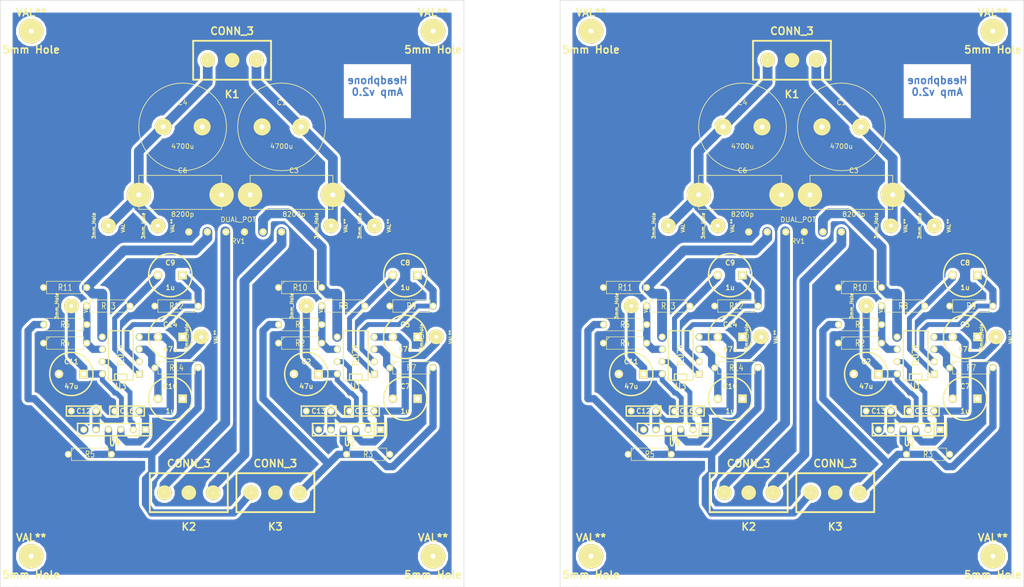
<source format=kicad_pcb>
(kicad_pcb (version 3) (host pcbnew "(2013-05-31 BZR 4019)-stable")
  (layers (15 F.Cu signal) (0 B.Cu signal) (18 B.Paste user) (19 F.Paste user) (20 B.SilkS user) (21 F.SilkS user) (22 B.Mask user) (23 F.Mask user) (28 Edge.Cuts user))
  (net 0 "")
  (net 1 GND)
  (net 2 N-0000010)
  (net 3 N-0000011)
  (net 4 N-0000012)
  (net 5 N-0000013)
  (net 6 N-0000014)
  (net 7 N-0000015)
  (net 8 N-0000016)
  (net 9 N-0000017)
  (net 10 N-0000018)
  (net 11 N-0000019)
  (net 12 N-000002)
  (net 13 N-0000020)
  (net 14 N-0000021)
  (net 15 N-000003)
  (net 16 N-000004)
  (net 17 N-000009)
  (net 18 VCC)
  (net 19 VEE)
  (module 5mm (layer F.Cu) (at 41.83 143.51)
    (fp_text reference "5mm Hole" (at 0 3.81) (layer F.SilkS) (effects (font (size 1.524 1.524) (thickness 0.3048))))
    (fp_text value VAL** (at 0 -3.81) (layer F.SilkS) (effects (font (size 1.524 1.524) (thickness 0.3048))))
    (pad 1 thru_hole circle (at 0 0) (size 5.00126 5.00126) (drill 1) (layers *.Cu *.Mask F.SilkS))
  )
  (module 5mm (layer F.Cu) (at 124.38 143.51)
    (fp_text reference "5mm Hole" (at 0 3.81) (layer F.SilkS) (effects (font (size 1.524 1.524) (thickness 0.3048))))
    (fp_text value VAL** (at 0 -3.81) (layer F.SilkS) (effects (font (size 1.524 1.524) (thickness 0.3048))))
    (pad 1 thru_hole circle (at 0 0) (size 5.00126 5.00126) (drill 1) (layers *.Cu *.Mask F.SilkS))
  )
  (module 5mm (layer F.Cu) (at 41.83 35.56)
    (fp_text reference "5mm Hole" (at 0 3.81) (layer F.SilkS) (effects (font (size 1.524 1.524) (thickness 0.3048))))
    (fp_text value VAL** (at 0 -3.81) (layer F.SilkS) (effects (font (size 1.524 1.524) (thickness 0.3048))))
    (pad 1 thru_hole circle (at 0 0) (size 5.00126 5.00126) (drill 1) (layers *.Cu *.Mask F.SilkS))
  )
  (module 5mm (layer F.Cu) (at 124.38 35.56)
    (fp_text reference "5mm Hole" (at 0 3.81) (layer F.SilkS) (effects (font (size 1.524 1.524) (thickness 0.3048))))
    (fp_text value VAL** (at 0 -3.81) (layer F.SilkS) (effects (font (size 1.524 1.524) (thickness 0.3048))))
    (pad 1 thru_hole circle (at 0 0) (size 5.00126 5.00126) (drill 1) (layers *.Cu *.Mask F.SilkS))
  )
  (module 3mm_Hole (layer F.Cu) (at 112.315 75.565 90)
    (fp_text reference 3mm_Hole (at 0 -2.99974 90) (layer F.SilkS) (effects (font (size 0.70104 0.70104) (thickness 0.17526))))
    (fp_text value VAL** (at 0 2.99974 90) (layer F.SilkS) (effects (font (size 0.70104 0.70104) (thickness 0.17526))))
    (pad 1 thru_hole circle (at 0 0 90) (size 2.99974 2.99974) (drill 0.762) (layers *.Cu *.Mask F.SilkS))
  )
  (module 3mm_Hole (layer F.Cu) (at 103.425 75.565 90)
    (fp_text reference 3mm_Hole (at 0 -2.99974 90) (layer F.SilkS) (effects (font (size 0.70104 0.70104) (thickness 0.17526))))
    (fp_text value VAL** (at 0 2.99974 90) (layer F.SilkS) (effects (font (size 0.70104 0.70104) (thickness 0.17526))))
    (pad 1 thru_hole circle (at 0 0 90) (size 2.99974 2.99974) (drill 0.762) (layers *.Cu *.Mask F.SilkS))
  )
  (module 3mm_Hole (layer F.Cu) (at 67.865 75.565 90)
    (fp_text reference 3mm_Hole (at 0 -2.99974 90) (layer F.SilkS) (effects (font (size 0.70104 0.70104) (thickness 0.17526))))
    (fp_text value VAL** (at 0 2.99974 90) (layer F.SilkS) (effects (font (size 0.70104 0.70104) (thickness 0.17526))))
    (pad 1 thru_hole circle (at 0 0 90) (size 2.99974 2.99974) (drill 0.762) (layers *.Cu *.Mask F.SilkS))
  )
  (module 3mm_Hole (layer F.Cu) (at 57.705 75.565 90)
    (fp_text reference 3mm_Hole (at 0 -2.99974 90) (layer F.SilkS) (effects (font (size 0.70104 0.70104) (thickness 0.17526))))
    (fp_text value VAL** (at 0 2.99974 90) (layer F.SilkS) (effects (font (size 0.70104 0.70104) (thickness 0.17526))))
    (pad 1 thru_hole circle (at 0 0 90) (size 2.99974 2.99974) (drill 0.762) (layers *.Cu *.Mask F.SilkS))
  )
  (module 3mm_Hole (layer F.Cu) (at 98.345 92.075 90)
    (fp_text reference 3mm_Hole (at 0 -2.99974 90) (layer F.SilkS) (effects (font (size 0.70104 0.70104) (thickness 0.17526))))
    (fp_text value VAL** (at 0 2.99974 90) (layer F.SilkS) (effects (font (size 0.70104 0.70104) (thickness 0.17526))))
    (pad 1 thru_hole circle (at 0 0 90) (size 2.99974 2.99974) (drill 0.762) (layers *.Cu *.Mask F.SilkS))
  )
  (module 3mm_Hole (layer F.Cu) (at 50.085 92.075 90)
    (fp_text reference 3mm_Hole (at 0 -2.99974 90) (layer F.SilkS) (effects (font (size 0.70104 0.70104) (thickness 0.17526))))
    (fp_text value VAL** (at 0 2.99974 90) (layer F.SilkS) (effects (font (size 0.70104 0.70104) (thickness 0.17526))))
    (pad 1 thru_hole circle (at 0 0 90) (size 2.99974 2.99974) (drill 0.762) (layers *.Cu *.Mask F.SilkS))
  )
  (module 3mm_Hole (layer F.Cu) (at 125.015 98.425 90)
    (fp_text reference 3mm_Hole (at 0 -2.99974 90) (layer F.SilkS) (effects (font (size 0.70104 0.70104) (thickness 0.17526))))
    (fp_text value VAL** (at 0 2.99974 90) (layer F.SilkS) (effects (font (size 0.70104 0.70104) (thickness 0.17526))))
    (pad 1 thru_hole circle (at 0 0 90) (size 2.99974 2.99974) (drill 0.762) (layers *.Cu *.Mask F.SilkS))
  )
  (module 3mm_Hole (layer F.Cu) (at 76.755 98.425 90)
    (fp_text reference 3mm_Hole (at 0 -2.99974 90) (layer F.SilkS) (effects (font (size 0.70104 0.70104) (thickness 0.17526))))
    (fp_text value VAL** (at 0 2.99974 90) (layer F.SilkS) (effects (font (size 0.70104 0.70104) (thickness 0.17526))))
    (pad 1 thru_hole circle (at 0 0 90) (size 2.99974 2.99974) (drill 0.762) (layers *.Cu *.Mask F.SilkS))
  )
  (module Capacitor_4700u (layer F.Cu) (at 72.945 55.245 180)
    (fp_text reference C4 (at 0 5 180) (layer F.SilkS))
    (fp_text value 4700u (at 0 -4 180) (layer F.SilkS))
    (pad 1 thru_hole circle (at -4 0 180) (size 3.5 3.5) (drill 1) (layers *.Cu *.Mask F.SilkS) (net 1 GND))
    (pad 2 thru_hole circle (at 4 0 180) (size 3.5 3.5) (drill 1) (layers *.Cu *.Mask F.SilkS) (net 19 VEE))
  )
  (module Capacitor_4700u (layer F.Cu) (at 93.265 55.245 180)
    (fp_text reference C1 (at 0 5 180) (layer F.SilkS))
    (fp_text value 4700u (at 0 -4 180) (layer F.SilkS))
    (pad 1 thru_hole circle (at -4 0 180) (size 3.5 3.5) (drill 1) (layers *.Cu *.Mask F.SilkS) (net 18 VCC))
    (pad 2 thru_hole circle (at 4 0 180) (size 3.5 3.5) (drill 1) (layers *.Cu *.Mask F.SilkS) (net 1 GND))
  )
  (module 6icha (layer F.Cu) (at 84.375 76.835 180)
    (fp_text reference RV1 (at 0 -1.905 180) (layer F.SilkS))
    (fp_text value DUAL_POT (at 0 2.54 180) (layer F.SilkS))
    (pad 1 thru_hole circle (at -8.89 0 180) (size 1.5 1.5) (drill 0.6) (layers *.Cu *.Mask F.SilkS) (net 3 N-0000011))
    (pad 2 thru_hole circle (at -5.08 0 180) (size 1.5 1.5) (drill 0.6) (layers *.Cu *.Mask F.SilkS) (net 10 N-0000018))
    (pad 3 thru_hole circle (at -1.27 0 180) (size 1.5 1.5) (drill 0.6) (layers *.Cu *.Mask F.SilkS) (net 1 GND))
    (pad 4 thru_hole circle (at 2.54 0 180) (size 1.5 1.5) (drill 0.6) (layers *.Cu *.Mask F.SilkS) (net 4 N-0000012))
    (pad 5 thru_hole circle (at 6.35 0 180) (size 1.5 1.5) (drill 0.6) (layers *.Cu *.Mask F.SilkS) (net 8 N-0000016))
    (pad 6 thru_hole circle (at 10.16 0 180) (size 1.5 1.5) (drill 0.6) (layers *.Cu *.Mask F.SilkS) (net 1 GND))
  )
  (module C2 (layer F.Cu) (at 52.625 113.665 180)
    (fp_text reference C12 (at 0 0 180) (layer F.SilkS) (effects (font (size 1.016 1.016) (thickness 0.2032))))
    (fp_text value 100n hide)
    (pad 1 thru_hole circle (at -2.54 0 180) (size 1.397 1.397) (drill 0.8128) (layers *.Cu *.Mask F.SilkS) (net 18 VCC))
    (pad 2 thru_hole circle (at 2.54 0 180) (size 1.397 1.397) (drill 0.8128) (layers *.Cu *.Mask F.SilkS) (net 1 GND))
  )
  (module C2 (layer F.Cu) (at 100.885 113.665 180)
    (fp_text reference C13 (at 0 0 180) (layer F.SilkS) (effects (font (size 1.016 1.016) (thickness 0.2032))))
    (fp_text value 100n hide)
    (pad 1 thru_hole circle (at -2.54 0 180) (size 1.397 1.397) (drill 0.8128) (layers *.Cu *.Mask F.SilkS) (net 18 VCC))
    (pad 2 thru_hole circle (at 2.54 0 180) (size 1.397 1.397) (drill 0.8128) (layers *.Cu *.Mask F.SilkS) (net 1 GND))
  )
  (module C2 (layer F.Cu) (at 61.515 113.665)
    (fp_text reference C16 (at 0 0) (layer F.SilkS) (effects (font (size 1.016 1.016) (thickness 0.2032))))
    (fp_text value 100n hide)
    (pad 1 thru_hole circle (at -2.54 0) (size 1.397 1.397) (drill 0.8128) (layers *.Cu *.Mask F.SilkS) (net 1 GND))
    (pad 2 thru_hole circle (at 2.54 0) (size 1.397 1.397) (drill 0.8128) (layers *.Cu *.Mask F.SilkS) (net 19 VEE))
  )
  (module C2 (layer F.Cu) (at 109.775 113.665)
    (fp_text reference C15 (at 0 0) (layer F.SilkS) (effects (font (size 1.016 1.016) (thickness 0.2032))))
    (fp_text value 100n hide)
    (pad 1 thru_hole circle (at -2.54 0) (size 1.397 1.397) (drill 0.8128) (layers *.Cu *.Mask F.SilkS) (net 1 GND))
    (pad 2 thru_hole circle (at 2.54 0) (size 1.397 1.397) (drill 0.8128) (layers *.Cu *.Mask F.SilkS) (net 19 VEE))
  )
  (module C2V8 (layer F.Cu) (at 118.665 98.425 180)
    (fp_text reference C5 (at 0 2.54 180) (layer F.SilkS) (effects (font (size 1.016 1.016) (thickness 0.2032))))
    (fp_text value 47u (at 0 -2.54 180) (layer F.SilkS) (effects (font (size 1.016 1.016) (thickness 0.2032))))
    (pad 1 thru_hole rect (at -2.54 0 180) (size 1.778 1.778) (drill 1.016) (layers *.Cu *.Mask F.SilkS) (net 1 GND))
    (pad 2 thru_hole circle (at 2.54 0 180) (size 1.778 1.778) (drill 1.016) (layers *.Cu *.Mask F.SilkS) (net 19 VEE))
  )
  (module C2V8 (layer F.Cu) (at 98.345 106.045 180)
    (fp_text reference C2 (at 0 2.54 180) (layer F.SilkS) (effects (font (size 1.016 1.016) (thickness 0.2032))))
    (fp_text value 47u (at 0 -2.54 180) (layer F.SilkS) (effects (font (size 1.016 1.016) (thickness 0.2032))))
    (pad 1 thru_hole rect (at -2.54 0 180) (size 1.778 1.778) (drill 1.016) (layers *.Cu *.Mask F.SilkS) (net 18 VCC))
    (pad 2 thru_hole circle (at 2.54 0 180) (size 1.778 1.778) (drill 1.016) (layers *.Cu *.Mask F.SilkS) (net 1 GND))
  )
  (module C2V8 (layer F.Cu) (at 70.405 85.725 180)
    (fp_text reference C9 (at 0 2.54 180) (layer F.SilkS) (effects (font (size 1.016 1.016) (thickness 0.2032))))
    (fp_text value 1u (at 0 -2.54 180) (layer F.SilkS) (effects (font (size 1.016 1.016) (thickness 0.2032))))
    (pad 1 thru_hole rect (at -2.54 0 180) (size 1.778 1.778) (drill 1.016) (layers *.Cu *.Mask F.SilkS) (net 2 N-0000010))
    (pad 2 thru_hole circle (at 2.54 0 180) (size 1.778 1.778) (drill 1.016) (layers *.Cu *.Mask F.SilkS) (net 17 N-000009))
  )
  (module C2V8 (layer F.Cu) (at 70.405 111.125 180)
    (fp_text reference C10 (at 0 2.54 180) (layer F.SilkS) (effects (font (size 1.016 1.016) (thickness 0.2032))))
    (fp_text value 1u (at 0 -2.54 180) (layer F.SilkS) (effects (font (size 1.016 1.016) (thickness 0.2032))))
    (pad 1 thru_hole rect (at -2.54 0 180) (size 1.778 1.778) (drill 1.016) (layers *.Cu *.Mask F.SilkS) (net 1 GND))
    (pad 2 thru_hole circle (at 2.54 0 180) (size 1.778 1.778) (drill 1.016) (layers *.Cu *.Mask F.SilkS) (net 12 N-000002))
  )
  (module C2V8 (layer F.Cu) (at 118.665 85.725 180)
    (fp_text reference C8 (at 0 2.54 180) (layer F.SilkS) (effects (font (size 1.016 1.016) (thickness 0.2032))))
    (fp_text value 1u (at 0 -2.54 180) (layer F.SilkS) (effects (font (size 1.016 1.016) (thickness 0.2032))))
    (pad 1 thru_hole rect (at -2.54 0 180) (size 1.778 1.778) (drill 1.016) (layers *.Cu *.Mask F.SilkS) (net 6 N-0000014))
    (pad 2 thru_hole circle (at 2.54 0 180) (size 1.778 1.778) (drill 1.016) (layers *.Cu *.Mask F.SilkS) (net 15 N-000003))
  )
  (module C2V8 (layer F.Cu) (at 70.405 98.425 180)
    (fp_text reference C14 (at 0 2.54 180) (layer F.SilkS) (effects (font (size 1.016 1.016) (thickness 0.2032))))
    (fp_text value 47u (at 0 -2.54 180) (layer F.SilkS) (effects (font (size 1.016 1.016) (thickness 0.2032))))
    (pad 1 thru_hole rect (at -2.54 0 180) (size 1.778 1.778) (drill 1.016) (layers *.Cu *.Mask F.SilkS) (net 1 GND))
    (pad 2 thru_hole circle (at 2.54 0 180) (size 1.778 1.778) (drill 1.016) (layers *.Cu *.Mask F.SilkS) (net 19 VEE))
  )
  (module C2V8 (layer F.Cu) (at 118.665 111.125 180)
    (fp_text reference C7 (at 0 2.54 180) (layer F.SilkS) (effects (font (size 1.016 1.016) (thickness 0.2032))))
    (fp_text value 1u (at 0 -2.54 180) (layer F.SilkS) (effects (font (size 1.016 1.016) (thickness 0.2032))))
    (pad 1 thru_hole rect (at -2.54 0 180) (size 1.778 1.778) (drill 1.016) (layers *.Cu *.Mask F.SilkS) (net 1 GND))
    (pad 2 thru_hole circle (at 2.54 0 180) (size 1.778 1.778) (drill 1.016) (layers *.Cu *.Mask F.SilkS) (net 5 N-0000013))
  )
  (module C2V8 (layer F.Cu) (at 50.085 106.045 180)
    (fp_text reference C11 (at 0 2.54 180) (layer F.SilkS) (effects (font (size 1.016 1.016) (thickness 0.2032))))
    (fp_text value 47u (at 0 -2.54 180) (layer F.SilkS) (effects (font (size 1.016 1.016) (thickness 0.2032))))
    (pad 1 thru_hole rect (at -2.54 0 180) (size 1.778 1.778) (drill 1.016) (layers *.Cu *.Mask F.SilkS) (net 18 VCC))
    (pad 2 thru_hole circle (at 2.54 0 180) (size 1.778 1.778) (drill 1.016) (layers *.Cu *.Mask F.SilkS) (net 1 GND))
  )
  (module Capacitor_Russian (layer F.Cu) (at 72.945 69.215 180)
    (fp_text reference C6 (at 0 5 180) (layer F.SilkS))
    (fp_text value 8200p (at 0 -4 180) (layer F.SilkS))
    (pad 2 thru_hole circle (at 9 0 180) (size 5 5) (drill 1) (layers *.Cu *.Mask F.SilkS) (net 19 VEE))
    (pad 1 thru_hole circle (at -8 0 180) (size 5 5) (drill 1) (layers *.Cu *.Mask F.SilkS) (net 1 GND))
  )
  (module Capacitor_Russian (layer F.Cu) (at 95.805 69.215 180)
    (fp_text reference C3 (at 0 5 180) (layer F.SilkS))
    (fp_text value 8200p (at 0 -4 180) (layer F.SilkS))
    (pad 2 thru_hole circle (at 9 0 180) (size 5 5) (drill 1) (layers *.Cu *.Mask F.SilkS) (net 1 GND))
    (pad 1 thru_hole circle (at -8 0 180) (size 5 5) (drill 1) (layers *.Cu *.Mask F.SilkS) (net 18 VCC))
  )
  (module DIP-8__300 (layer F.Cu) (at 60.245 102.235 90)
    (fp_text reference U3 (at -6.35 0 180) (layer F.SilkS) (effects (font (size 1.27 1.143) (thickness 0.2032))))
    (fp_text value TL072 (at 0 0 90) (layer F.SilkS) (effects (font (size 1.27 1.016) (thickness 0.2032))))
    (pad 1 thru_hole rect (at -3.81 3.81 90) (size 1.397 1.397) (drill 0.8128) (layers *.Cu *.Mask F.SilkS) (net 17 N-000009))
    (pad 2 thru_hole circle (at -1.27 3.81 90) (size 1.397 1.397) (drill 0.8128) (layers *.Cu *.Mask F.SilkS) (net 2 N-0000010))
    (pad 3 thru_hole circle (at 1.27 3.81 90) (size 1.397 1.397) (drill 0.8128) (layers *.Cu *.Mask F.SilkS) (net 12 N-000002))
    (pad 4 thru_hole circle (at 3.81 3.81 90) (size 1.397 1.397) (drill 0.8128) (layers *.Cu *.Mask F.SilkS) (net 19 VEE))
    (pad 5 thru_hole circle (at 3.81 -3.81 90) (size 1.397 1.397) (drill 0.8128) (layers *.Cu *.Mask F.SilkS) (net 8 N-0000016))
    (pad 6 thru_hole circle (at 1.27 -3.81 90) (size 1.397 1.397) (drill 0.8128) (layers *.Cu *.Mask F.SilkS) (net 14 N-0000021))
    (pad 7 thru_hole circle (at -1.27 -3.81 90) (size 1.397 1.397) (drill 0.8128) (layers *.Cu *.Mask F.SilkS) (net 7 N-0000015))
    (pad 8 thru_hole circle (at -3.81 -3.81 90) (size 1.397 1.397) (drill 0.8128) (layers *.Cu *.Mask F.SilkS) (net 18 VCC))
  )
  (module DIP-8__300 (layer F.Cu) (at 108.505 102.235 90)
    (fp_text reference U1 (at -6.35 0 180) (layer F.SilkS) (effects (font (size 1.27 1.143) (thickness 0.2032))))
    (fp_text value TL072 (at 0 0 90) (layer F.SilkS) (effects (font (size 1.27 1.016) (thickness 0.2032))))
    (pad 1 thru_hole rect (at -3.81 3.81 90) (size 1.397 1.397) (drill 0.8128) (layers *.Cu *.Mask F.SilkS) (net 15 N-000003))
    (pad 2 thru_hole circle (at -1.27 3.81 90) (size 1.397 1.397) (drill 0.8128) (layers *.Cu *.Mask F.SilkS) (net 6 N-0000014))
    (pad 3 thru_hole circle (at 1.27 3.81 90) (size 1.397 1.397) (drill 0.8128) (layers *.Cu *.Mask F.SilkS) (net 5 N-0000013))
    (pad 4 thru_hole circle (at 3.81 3.81 90) (size 1.397 1.397) (drill 0.8128) (layers *.Cu *.Mask F.SilkS) (net 19 VEE))
    (pad 5 thru_hole circle (at 3.81 -3.81 90) (size 1.397 1.397) (drill 0.8128) (layers *.Cu *.Mask F.SilkS) (net 10 N-0000018))
    (pad 6 thru_hole circle (at 1.27 -3.81 90) (size 1.397 1.397) (drill 0.8128) (layers *.Cu *.Mask F.SilkS) (net 16 N-000004))
    (pad 7 thru_hole circle (at -1.27 -3.81 90) (size 1.397 1.397) (drill 0.8128) (layers *.Cu *.Mask F.SilkS) (net 9 N-0000017))
    (pad 8 thru_hole circle (at -3.81 -3.81 90) (size 1.397 1.397) (drill 0.8128) (layers *.Cu *.Mask F.SilkS) (net 18 VCC))
  )
  (module R3-5 (layer F.Cu) (at 97.075 99.695)
    (fp_text reference R2 (at 0 0) (layer F.SilkS) (effects (font (size 1.27 1.016) (thickness 0.1524))))
    (fp_text value 1K hide)
    (pad 1 thru_hole circle (at -4.445 0) (size 1.397 1.397) (drill 0.8128) (layers *.Cu *.Mask F.SilkS) (net 1 GND))
    (pad 2 thru_hole circle (at 4.445 0) (size 1.397 1.397) (drill 0.8128) (layers *.Cu *.Mask F.SilkS) (net 16 N-000004))
  )
  (module R3-5 (layer F.Cu) (at 48.815 99.695)
    (fp_text reference R4 (at 0 0) (layer F.SilkS) (effects (font (size 1.27 1.016) (thickness 0.1524))))
    (fp_text value 1K hide)
    (pad 1 thru_hole circle (at -4.445 0) (size 1.397 1.397) (drill 0.8128) (layers *.Cu *.Mask F.SilkS) (net 1 GND))
    (pad 2 thru_hole circle (at 4.445 0) (size 1.397 1.397) (drill 0.8128) (layers *.Cu *.Mask F.SilkS) (net 14 N-0000021))
  )
  (module R3-5 (layer F.Cu) (at 97.075 88.265)
    (fp_text reference R10 (at 0 0) (layer F.SilkS) (effects (font (size 1.27 1.016) (thickness 0.1524))))
    (fp_text value 47K hide)
    (pad 1 thru_hole circle (at -4.445 0) (size 1.397 1.397) (drill 0.8128) (layers *.Cu *.Mask F.SilkS) (net 1 GND))
    (pad 2 thru_hole circle (at 4.445 0) (size 1.397 1.397) (drill 0.8128) (layers *.Cu *.Mask F.SilkS) (net 10 N-0000018))
  )
  (module R3-5 (layer F.Cu) (at 48.815 95.885 180)
    (fp_text reference R6 (at 0 0 180) (layer F.SilkS) (effects (font (size 1.27 1.016) (thickness 0.1524))))
    (fp_text value 1K hide)
    (pad 1 thru_hole circle (at -4.445 0 180) (size 1.397 1.397) (drill 0.8128) (layers *.Cu *.Mask F.SilkS) (net 14 N-0000021))
    (pad 2 thru_hole circle (at 4.445 0 180) (size 1.397 1.397) (drill 0.8128) (layers *.Cu *.Mask F.SilkS) (net 13 N-0000020))
  )
  (module R3-5 (layer F.Cu) (at 97.075 95.885 180)
    (fp_text reference R1 (at 0 0 180) (layer F.SilkS) (effects (font (size 1.27 1.016) (thickness 0.1524))))
    (fp_text value 1K hide)
    (pad 1 thru_hole circle (at -4.445 0 180) (size 1.397 1.397) (drill 0.8128) (layers *.Cu *.Mask F.SilkS) (net 16 N-000004))
    (pad 2 thru_hole circle (at 4.445 0 180) (size 1.397 1.397) (drill 0.8128) (layers *.Cu *.Mask F.SilkS) (net 11 N-0000019))
  )
  (module R3-5 (layer F.Cu) (at 53.895 122.555)
    (fp_text reference R5 (at 0 0) (layer F.SilkS) (effects (font (size 1.27 1.016) (thickness 0.1524))))
    (fp_text value 100K hide)
    (pad 1 thru_hole circle (at -4.445 0) (size 1.397 1.397) (drill 0.8128) (layers *.Cu *.Mask F.SilkS) (net 1 GND))
    (pad 2 thru_hole circle (at 4.445 0) (size 1.397 1.397) (drill 0.8128) (layers *.Cu *.Mask F.SilkS) (net 13 N-0000020))
  )
  (module R3-5 (layer F.Cu) (at 111.045 122.555 180)
    (fp_text reference R3 (at 0 0 180) (layer F.SilkS) (effects (font (size 1.27 1.016) (thickness 0.1524))))
    (fp_text value 100K hide)
    (pad 1 thru_hole circle (at -4.445 0 180) (size 1.397 1.397) (drill 0.8128) (layers *.Cu *.Mask F.SilkS) (net 1 GND))
    (pad 2 thru_hole circle (at 4.445 0 180) (size 1.397 1.397) (drill 0.8128) (layers *.Cu *.Mask F.SilkS) (net 11 N-0000019))
  )
  (module R3-5 (layer F.Cu) (at 57.705 92.075)
    (fp_text reference R13 (at 0 0) (layer F.SilkS) (effects (font (size 1.27 1.016) (thickness 0.1524))))
    (fp_text value 1K hide)
    (pad 1 thru_hole circle (at -4.445 0) (size 1.397 1.397) (drill 0.8128) (layers *.Cu *.Mask F.SilkS) (net 14 N-0000021))
    (pad 2 thru_hole circle (at 4.445 0) (size 1.397 1.397) (drill 0.8128) (layers *.Cu *.Mask F.SilkS) (net 17 N-000009))
  )
  (module R3-5 (layer F.Cu) (at 48.815 88.265 180)
    (fp_text reference R11 (at 0 0 180) (layer F.SilkS) (effects (font (size 1.27 1.016) (thickness 0.1524))))
    (fp_text value 47K hide)
    (pad 1 thru_hole circle (at -4.445 0 180) (size 1.397 1.397) (drill 0.8128) (layers *.Cu *.Mask F.SilkS) (net 8 N-0000016))
    (pad 2 thru_hole circle (at 4.445 0 180) (size 1.397 1.397) (drill 0.8128) (layers *.Cu *.Mask F.SilkS) (net 1 GND))
  )
  (module R3-5 (layer F.Cu) (at 71.675 92.075 180)
    (fp_text reference R12 (at 0 0 180) (layer F.SilkS) (effects (font (size 1.27 1.016) (thickness 0.1524))))
    (fp_text value 1M hide)
    (pad 1 thru_hole circle (at -4.445 0 180) (size 1.397 1.397) (drill 0.8128) (layers *.Cu *.Mask F.SilkS) (net 2 N-0000010))
    (pad 2 thru_hole circle (at 4.445 0 180) (size 1.397 1.397) (drill 0.8128) (layers *.Cu *.Mask F.SilkS) (net 1 GND))
  )
  (module R3-5 (layer F.Cu) (at 71.675 104.775)
    (fp_text reference R14 (at 0 0) (layer F.SilkS) (effects (font (size 1.27 1.016) (thickness 0.1524))))
    (fp_text value 1M hide)
    (pad 1 thru_hole circle (at -4.445 0) (size 1.397 1.397) (drill 0.8128) (layers *.Cu *.Mask F.SilkS) (net 12 N-000002))
    (pad 2 thru_hole circle (at 4.445 0) (size 1.397 1.397) (drill 0.8128) (layers *.Cu *.Mask F.SilkS) (net 13 N-0000020))
  )
  (module R3-5 (layer F.Cu) (at 119.935 104.775)
    (fp_text reference R7 (at 0 0) (layer F.SilkS) (effects (font (size 1.27 1.016) (thickness 0.1524))))
    (fp_text value 1M hide)
    (pad 1 thru_hole circle (at -4.445 0) (size 1.397 1.397) (drill 0.8128) (layers *.Cu *.Mask F.SilkS) (net 5 N-0000013))
    (pad 2 thru_hole circle (at 4.445 0) (size 1.397 1.397) (drill 0.8128) (layers *.Cu *.Mask F.SilkS) (net 11 N-0000019))
  )
  (module R3-5 (layer F.Cu) (at 105.965 92.075 180)
    (fp_text reference R8 (at 0 0 180) (layer F.SilkS) (effects (font (size 1.27 1.016) (thickness 0.1524))))
    (fp_text value 1K hide)
    (pad 1 thru_hole circle (at -4.445 0 180) (size 1.397 1.397) (drill 0.8128) (layers *.Cu *.Mask F.SilkS) (net 15 N-000003))
    (pad 2 thru_hole circle (at 4.445 0 180) (size 1.397 1.397) (drill 0.8128) (layers *.Cu *.Mask F.SilkS) (net 16 N-000004))
  )
  (module R3-5 (layer F.Cu) (at 119.935 92.075 180)
    (fp_text reference R9 (at 0 0 180) (layer F.SilkS) (effects (font (size 1.27 1.016) (thickness 0.1524))))
    (fp_text value 1M hide)
    (pad 1 thru_hole circle (at -4.445 0 180) (size 1.397 1.397) (drill 0.8128) (layers *.Cu *.Mask F.SilkS) (net 6 N-0000014))
    (pad 2 thru_hole circle (at 4.445 0 180) (size 1.397 1.397) (drill 0.8128) (layers *.Cu *.Mask F.SilkS) (net 1 GND))
  )
  (module Screw_3hole (layer F.Cu) (at 91.995 131.445 180)
    (fp_text reference K3 (at 0 -5.99948 180) (layer F.SilkS) (effects (font (size 1.524 1.524) (thickness 0.3048))))
    (fp_text value CONN_3 (at 0 7.00024 180) (layer F.SilkS) (effects (font (size 1.524 1.524) (thickness 0.3048))))
    (pad 1 thru_hole circle (at -5.00126 1.00076 180) (size 2.99974 2.99974) (drill 0.254) (layers *.Cu *.Mask F.SilkS) (net 11 N-0000019))
    (pad 2 thru_hole circle (at 0 1.00076 180) (size 2.99974 2.99974) (drill 0.254) (layers *.Cu *.Mask F.SilkS) (net 1 GND))
    (pad 3 thru_hole circle (at 5.00126 1.00076 180) (size 2.99974 2.99974) (drill 0.254) (layers *.Cu *.Mask F.SilkS) (net 13 N-0000020))
  )
  (module Screw_3hole (layer F.Cu) (at 83.105 42.545 180)
    (fp_text reference K1 (at 0 -5.99948 180) (layer F.SilkS) (effects (font (size 1.524 1.524) (thickness 0.3048))))
    (fp_text value CONN_3 (at 0 7.00024 180) (layer F.SilkS) (effects (font (size 1.524 1.524) (thickness 0.3048))))
    (pad 1 thru_hole circle (at -5.00126 1.00076 180) (size 2.99974 2.99974) (drill 0.254) (layers *.Cu *.Mask F.SilkS) (net 18 VCC))
    (pad 2 thru_hole circle (at 0 1.00076 180) (size 2.99974 2.99974) (drill 0.254) (layers *.Cu *.Mask F.SilkS) (net 1 GND))
    (pad 3 thru_hole circle (at 5.00126 1.00076 180) (size 2.99974 2.99974) (drill 0.254) (layers *.Cu *.Mask F.SilkS) (net 19 VEE))
  )
  (module Screw_3hole (layer F.Cu) (at 74.215 131.445 180)
    (fp_text reference K2 (at 0 -5.99948 180) (layer F.SilkS) (effects (font (size 1.524 1.524) (thickness 0.3048))))
    (fp_text value CONN_3 (at 0 7.00024 180) (layer F.SilkS) (effects (font (size 1.524 1.524) (thickness 0.3048))))
    (pad 1 thru_hole circle (at -5.00126 1.00076 180) (size 2.99974 2.99974) (drill 0.254) (layers *.Cu *.Mask F.SilkS) (net 3 N-0000011))
    (pad 2 thru_hole circle (at 0 1.00076 180) (size 2.99974 2.99974) (drill 0.254) (layers *.Cu *.Mask F.SilkS) (net 1 GND))
    (pad 3 thru_hole circle (at 5.00126 1.00076 180) (size 2.99974 2.99974) (drill 0.254) (layers *.Cu *.Mask F.SilkS) (net 4 N-0000012))
  )
  (module SIL-6 (layer F.Cu) (at 58.975 117.475 180)
    (fp_text reference U4 (at 0 -2.54 180) (layer F.SilkS) (effects (font (size 1.72974 1.08712) (thickness 0.3048))))
    (fp_text value LME49600 hide)
    (pad 1 thru_hole rect (at -6.35 0 180) (size 1.397 1.397) (drill 0.8128) (layers *.Cu *.Mask F.SilkS) (net 19 VEE))
    (pad 2 thru_hole circle (at -3.81 0 180) (size 1.397 1.397) (drill 0.8128) (layers *.Cu *.Mask F.SilkS) (net 7 N-0000015))
    (pad 3 thru_hole circle (at -1.27 0 180) (size 1.397 1.397) (drill 0.8128) (layers *.Cu *.Mask F.SilkS) (net 19 VEE))
    (pad 4 thru_hole circle (at 1.27 0 180) (size 1.397 1.397) (drill 0.8128) (layers *.Cu *.Mask F.SilkS) (net 13 N-0000020))
    (pad 5 thru_hole circle (at 3.81 0 180) (size 1.397 1.397) (drill 0.8128) (layers *.Cu *.Mask F.SilkS) (net 18 VCC))
    (pad 6 thru_hole circle (at 6.35 0 180) (size 1.397 1.397) (drill 0.8128) (layers *.Cu *.Mask F.SilkS))
  )
  (module SIL-6 (layer F.Cu) (at 107.235 117.475 180)
    (fp_text reference U2 (at 0 -2.54 180) (layer F.SilkS) (effects (font (size 1.72974 1.08712) (thickness 0.3048))))
    (fp_text value LME49600 hide)
    (pad 1 thru_hole rect (at -6.35 0 180) (size 1.397 1.397) (drill 0.8128) (layers *.Cu *.Mask F.SilkS) (net 19 VEE))
    (pad 2 thru_hole circle (at -3.81 0 180) (size 1.397 1.397) (drill 0.8128) (layers *.Cu *.Mask F.SilkS) (net 9 N-0000017))
    (pad 3 thru_hole circle (at -1.27 0 180) (size 1.397 1.397) (drill 0.8128) (layers *.Cu *.Mask F.SilkS) (net 19 VEE))
    (pad 4 thru_hole circle (at 1.27 0 180) (size 1.397 1.397) (drill 0.8128) (layers *.Cu *.Mask F.SilkS) (net 11 N-0000019))
    (pad 5 thru_hole circle (at 3.81 0 180) (size 1.397 1.397) (drill 0.8128) (layers *.Cu *.Mask F.SilkS) (net 18 VCC))
    (pad 6 thru_hole circle (at 6.35 0 180) (size 1.397 1.397) (drill 0.8128) (layers *.Cu *.Mask F.SilkS))
  )
  (module SIL-6 (layer F.Cu) (at 222.235 117.475 180)
    (fp_text reference U2 (at 0 -2.54 180) (layer F.SilkS) (effects (font (size 1.72974 1.08712) (thickness 0.3048))))
    (fp_text value LME49600 hide)
    (pad 1 thru_hole rect (at -6.35 0 180) (size 1.397 1.397) (drill 0.8128) (layers *.Cu *.Mask F.SilkS) (net 19 VEE))
    (pad 2 thru_hole circle (at -3.81 0 180) (size 1.397 1.397) (drill 0.8128) (layers *.Cu *.Mask F.SilkS) (net 9 N-0000017))
    (pad 3 thru_hole circle (at -1.27 0 180) (size 1.397 1.397) (drill 0.8128) (layers *.Cu *.Mask F.SilkS) (net 19 VEE))
    (pad 4 thru_hole circle (at 1.27 0 180) (size 1.397 1.397) (drill 0.8128) (layers *.Cu *.Mask F.SilkS) (net 11 N-0000019))
    (pad 5 thru_hole circle (at 3.81 0 180) (size 1.397 1.397) (drill 0.8128) (layers *.Cu *.Mask F.SilkS) (net 18 VCC))
    (pad 6 thru_hole circle (at 6.35 0 180) (size 1.397 1.397) (drill 0.8128) (layers *.Cu *.Mask F.SilkS))
  )
  (module SIL-6 (layer F.Cu) (at 173.975 117.475 180)
    (fp_text reference U4 (at 0 -2.54 180) (layer F.SilkS) (effects (font (size 1.72974 1.08712) (thickness 0.3048))))
    (fp_text value LME49600 hide)
    (pad 1 thru_hole rect (at -6.35 0 180) (size 1.397 1.397) (drill 0.8128) (layers *.Cu *.Mask F.SilkS) (net 19 VEE))
    (pad 2 thru_hole circle (at -3.81 0 180) (size 1.397 1.397) (drill 0.8128) (layers *.Cu *.Mask F.SilkS) (net 7 N-0000015))
    (pad 3 thru_hole circle (at -1.27 0 180) (size 1.397 1.397) (drill 0.8128) (layers *.Cu *.Mask F.SilkS) (net 19 VEE))
    (pad 4 thru_hole circle (at 1.27 0 180) (size 1.397 1.397) (drill 0.8128) (layers *.Cu *.Mask F.SilkS) (net 13 N-0000020))
    (pad 5 thru_hole circle (at 3.81 0 180) (size 1.397 1.397) (drill 0.8128) (layers *.Cu *.Mask F.SilkS) (net 18 VCC))
    (pad 6 thru_hole circle (at 6.35 0 180) (size 1.397 1.397) (drill 0.8128) (layers *.Cu *.Mask F.SilkS))
  )
  (module Screw_3hole (layer F.Cu) (at 189.215 131.445 180)
    (fp_text reference K2 (at 0 -5.99948 180) (layer F.SilkS) (effects (font (size 1.524 1.524) (thickness 0.3048))))
    (fp_text value CONN_3 (at 0 7.00024 180) (layer F.SilkS) (effects (font (size 1.524 1.524) (thickness 0.3048))))
    (pad 1 thru_hole circle (at -5.00126 1.00076 180) (size 2.99974 2.99974) (drill 0.254) (layers *.Cu *.Mask F.SilkS) (net 3 N-0000011))
    (pad 2 thru_hole circle (at 0 1.00076 180) (size 2.99974 2.99974) (drill 0.254) (layers *.Cu *.Mask F.SilkS) (net 1 GND))
    (pad 3 thru_hole circle (at 5.00126 1.00076 180) (size 2.99974 2.99974) (drill 0.254) (layers *.Cu *.Mask F.SilkS) (net 4 N-0000012))
  )
  (module Screw_3hole (layer F.Cu) (at 198.105 42.545 180)
    (fp_text reference K1 (at 0 -5.99948 180) (layer F.SilkS) (effects (font (size 1.524 1.524) (thickness 0.3048))))
    (fp_text value CONN_3 (at 0 7.00024 180) (layer F.SilkS) (effects (font (size 1.524 1.524) (thickness 0.3048))))
    (pad 1 thru_hole circle (at -5.00126 1.00076 180) (size 2.99974 2.99974) (drill 0.254) (layers *.Cu *.Mask F.SilkS) (net 18 VCC))
    (pad 2 thru_hole circle (at 0 1.00076 180) (size 2.99974 2.99974) (drill 0.254) (layers *.Cu *.Mask F.SilkS) (net 1 GND))
    (pad 3 thru_hole circle (at 5.00126 1.00076 180) (size 2.99974 2.99974) (drill 0.254) (layers *.Cu *.Mask F.SilkS) (net 19 VEE))
  )
  (module Screw_3hole (layer F.Cu) (at 206.995 131.445 180)
    (fp_text reference K3 (at 0 -5.99948 180) (layer F.SilkS) (effects (font (size 1.524 1.524) (thickness 0.3048))))
    (fp_text value CONN_3 (at 0 7.00024 180) (layer F.SilkS) (effects (font (size 1.524 1.524) (thickness 0.3048))))
    (pad 1 thru_hole circle (at -5.00126 1.00076 180) (size 2.99974 2.99974) (drill 0.254) (layers *.Cu *.Mask F.SilkS) (net 11 N-0000019))
    (pad 2 thru_hole circle (at 0 1.00076 180) (size 2.99974 2.99974) (drill 0.254) (layers *.Cu *.Mask F.SilkS) (net 1 GND))
    (pad 3 thru_hole circle (at 5.00126 1.00076 180) (size 2.99974 2.99974) (drill 0.254) (layers *.Cu *.Mask F.SilkS) (net 13 N-0000020))
  )
  (module R3-5 (layer F.Cu) (at 234.935 92.075 180)
    (fp_text reference R9 (at 0 0 180) (layer F.SilkS) (effects (font (size 1.27 1.016) (thickness 0.1524))))
    (fp_text value 1M hide)
    (pad 1 thru_hole circle (at -4.445 0 180) (size 1.397 1.397) (drill 0.8128) (layers *.Cu *.Mask F.SilkS) (net 6 N-0000014))
    (pad 2 thru_hole circle (at 4.445 0 180) (size 1.397 1.397) (drill 0.8128) (layers *.Cu *.Mask F.SilkS) (net 1 GND))
  )
  (module R3-5 (layer F.Cu) (at 220.965 92.075 180)
    (fp_text reference R8 (at 0 0 180) (layer F.SilkS) (effects (font (size 1.27 1.016) (thickness 0.1524))))
    (fp_text value 1K hide)
    (pad 1 thru_hole circle (at -4.445 0 180) (size 1.397 1.397) (drill 0.8128) (layers *.Cu *.Mask F.SilkS) (net 15 N-000003))
    (pad 2 thru_hole circle (at 4.445 0 180) (size 1.397 1.397) (drill 0.8128) (layers *.Cu *.Mask F.SilkS) (net 16 N-000004))
  )
  (module R3-5 (layer F.Cu) (at 234.935 104.775)
    (fp_text reference R7 (at 0 0) (layer F.SilkS) (effects (font (size 1.27 1.016) (thickness 0.1524))))
    (fp_text value 1M hide)
    (pad 1 thru_hole circle (at -4.445 0) (size 1.397 1.397) (drill 0.8128) (layers *.Cu *.Mask F.SilkS) (net 5 N-0000013))
    (pad 2 thru_hole circle (at 4.445 0) (size 1.397 1.397) (drill 0.8128) (layers *.Cu *.Mask F.SilkS) (net 11 N-0000019))
  )
  (module R3-5 (layer F.Cu) (at 186.675 104.775)
    (fp_text reference R14 (at 0 0) (layer F.SilkS) (effects (font (size 1.27 1.016) (thickness 0.1524))))
    (fp_text value 1M hide)
    (pad 1 thru_hole circle (at -4.445 0) (size 1.397 1.397) (drill 0.8128) (layers *.Cu *.Mask F.SilkS) (net 12 N-000002))
    (pad 2 thru_hole circle (at 4.445 0) (size 1.397 1.397) (drill 0.8128) (layers *.Cu *.Mask F.SilkS) (net 13 N-0000020))
  )
  (module R3-5 (layer F.Cu) (at 186.675 92.075 180)
    (fp_text reference R12 (at 0 0 180) (layer F.SilkS) (effects (font (size 1.27 1.016) (thickness 0.1524))))
    (fp_text value 1M hide)
    (pad 1 thru_hole circle (at -4.445 0 180) (size 1.397 1.397) (drill 0.8128) (layers *.Cu *.Mask F.SilkS) (net 2 N-0000010))
    (pad 2 thru_hole circle (at 4.445 0 180) (size 1.397 1.397) (drill 0.8128) (layers *.Cu *.Mask F.SilkS) (net 1 GND))
  )
  (module R3-5 (layer F.Cu) (at 163.815 88.265 180)
    (fp_text reference R11 (at 0 0 180) (layer F.SilkS) (effects (font (size 1.27 1.016) (thickness 0.1524))))
    (fp_text value 47K hide)
    (pad 1 thru_hole circle (at -4.445 0 180) (size 1.397 1.397) (drill 0.8128) (layers *.Cu *.Mask F.SilkS) (net 8 N-0000016))
    (pad 2 thru_hole circle (at 4.445 0 180) (size 1.397 1.397) (drill 0.8128) (layers *.Cu *.Mask F.SilkS) (net 1 GND))
  )
  (module R3-5 (layer F.Cu) (at 172.705 92.075)
    (fp_text reference R13 (at 0 0) (layer F.SilkS) (effects (font (size 1.27 1.016) (thickness 0.1524))))
    (fp_text value 1K hide)
    (pad 1 thru_hole circle (at -4.445 0) (size 1.397 1.397) (drill 0.8128) (layers *.Cu *.Mask F.SilkS) (net 14 N-0000021))
    (pad 2 thru_hole circle (at 4.445 0) (size 1.397 1.397) (drill 0.8128) (layers *.Cu *.Mask F.SilkS) (net 17 N-000009))
  )
  (module R3-5 (layer F.Cu) (at 226.045 122.555 180)
    (fp_text reference R3 (at 0 0 180) (layer F.SilkS) (effects (font (size 1.27 1.016) (thickness 0.1524))))
    (fp_text value 100K hide)
    (pad 1 thru_hole circle (at -4.445 0 180) (size 1.397 1.397) (drill 0.8128) (layers *.Cu *.Mask F.SilkS) (net 1 GND))
    (pad 2 thru_hole circle (at 4.445 0 180) (size 1.397 1.397) (drill 0.8128) (layers *.Cu *.Mask F.SilkS) (net 11 N-0000019))
  )
  (module R3-5 (layer F.Cu) (at 168.895 122.555)
    (fp_text reference R5 (at 0 0) (layer F.SilkS) (effects (font (size 1.27 1.016) (thickness 0.1524))))
    (fp_text value 100K hide)
    (pad 1 thru_hole circle (at -4.445 0) (size 1.397 1.397) (drill 0.8128) (layers *.Cu *.Mask F.SilkS) (net 1 GND))
    (pad 2 thru_hole circle (at 4.445 0) (size 1.397 1.397) (drill 0.8128) (layers *.Cu *.Mask F.SilkS) (net 13 N-0000020))
  )
  (module R3-5 (layer F.Cu) (at 212.075 95.885 180)
    (fp_text reference R1 (at 0 0 180) (layer F.SilkS) (effects (font (size 1.27 1.016) (thickness 0.1524))))
    (fp_text value 1K hide)
    (pad 1 thru_hole circle (at -4.445 0 180) (size 1.397 1.397) (drill 0.8128) (layers *.Cu *.Mask F.SilkS) (net 16 N-000004))
    (pad 2 thru_hole circle (at 4.445 0 180) (size 1.397 1.397) (drill 0.8128) (layers *.Cu *.Mask F.SilkS) (net 11 N-0000019))
  )
  (module R3-5 (layer F.Cu) (at 163.815 95.885 180)
    (fp_text reference R6 (at 0 0 180) (layer F.SilkS) (effects (font (size 1.27 1.016) (thickness 0.1524))))
    (fp_text value 1K hide)
    (pad 1 thru_hole circle (at -4.445 0 180) (size 1.397 1.397) (drill 0.8128) (layers *.Cu *.Mask F.SilkS) (net 14 N-0000021))
    (pad 2 thru_hole circle (at 4.445 0 180) (size 1.397 1.397) (drill 0.8128) (layers *.Cu *.Mask F.SilkS) (net 13 N-0000020))
  )
  (module R3-5 (layer F.Cu) (at 212.075 88.265)
    (fp_text reference R10 (at 0 0) (layer F.SilkS) (effects (font (size 1.27 1.016) (thickness 0.1524))))
    (fp_text value 47K hide)
    (pad 1 thru_hole circle (at -4.445 0) (size 1.397 1.397) (drill 0.8128) (layers *.Cu *.Mask F.SilkS) (net 1 GND))
    (pad 2 thru_hole circle (at 4.445 0) (size 1.397 1.397) (drill 0.8128) (layers *.Cu *.Mask F.SilkS) (net 10 N-0000018))
  )
  (module R3-5 (layer F.Cu) (at 163.815 99.695)
    (fp_text reference R4 (at 0 0) (layer F.SilkS) (effects (font (size 1.27 1.016) (thickness 0.1524))))
    (fp_text value 1K hide)
    (pad 1 thru_hole circle (at -4.445 0) (size 1.397 1.397) (drill 0.8128) (layers *.Cu *.Mask F.SilkS) (net 1 GND))
    (pad 2 thru_hole circle (at 4.445 0) (size 1.397 1.397) (drill 0.8128) (layers *.Cu *.Mask F.SilkS) (net 14 N-0000021))
  )
  (module R3-5 (layer F.Cu) (at 212.075 99.695)
    (fp_text reference R2 (at 0 0) (layer F.SilkS) (effects (font (size 1.27 1.016) (thickness 0.1524))))
    (fp_text value 1K hide)
    (pad 1 thru_hole circle (at -4.445 0) (size 1.397 1.397) (drill 0.8128) (layers *.Cu *.Mask F.SilkS) (net 1 GND))
    (pad 2 thru_hole circle (at 4.445 0) (size 1.397 1.397) (drill 0.8128) (layers *.Cu *.Mask F.SilkS) (net 16 N-000004))
  )
  (module DIP-8__300 (layer F.Cu) (at 223.505 102.235 90)
    (fp_text reference U1 (at -6.35 0 180) (layer F.SilkS) (effects (font (size 1.27 1.143) (thickness 0.2032))))
    (fp_text value TL072 (at 0 0 90) (layer F.SilkS) (effects (font (size 1.27 1.016) (thickness 0.2032))))
    (pad 1 thru_hole rect (at -3.81 3.81 90) (size 1.397 1.397) (drill 0.8128) (layers *.Cu *.Mask F.SilkS) (net 15 N-000003))
    (pad 2 thru_hole circle (at -1.27 3.81 90) (size 1.397 1.397) (drill 0.8128) (layers *.Cu *.Mask F.SilkS) (net 6 N-0000014))
    (pad 3 thru_hole circle (at 1.27 3.81 90) (size 1.397 1.397) (drill 0.8128) (layers *.Cu *.Mask F.SilkS) (net 5 N-0000013))
    (pad 4 thru_hole circle (at 3.81 3.81 90) (size 1.397 1.397) (drill 0.8128) (layers *.Cu *.Mask F.SilkS) (net 19 VEE))
    (pad 5 thru_hole circle (at 3.81 -3.81 90) (size 1.397 1.397) (drill 0.8128) (layers *.Cu *.Mask F.SilkS) (net 10 N-0000018))
    (pad 6 thru_hole circle (at 1.27 -3.81 90) (size 1.397 1.397) (drill 0.8128) (layers *.Cu *.Mask F.SilkS) (net 16 N-000004))
    (pad 7 thru_hole circle (at -1.27 -3.81 90) (size 1.397 1.397) (drill 0.8128) (layers *.Cu *.Mask F.SilkS) (net 9 N-0000017))
    (pad 8 thru_hole circle (at -3.81 -3.81 90) (size 1.397 1.397) (drill 0.8128) (layers *.Cu *.Mask F.SilkS) (net 18 VCC))
  )
  (module DIP-8__300 (layer F.Cu) (at 175.245 102.235 90)
    (fp_text reference U3 (at -6.35 0 180) (layer F.SilkS) (effects (font (size 1.27 1.143) (thickness 0.2032))))
    (fp_text value TL072 (at 0 0 90) (layer F.SilkS) (effects (font (size 1.27 1.016) (thickness 0.2032))))
    (pad 1 thru_hole rect (at -3.81 3.81 90) (size 1.397 1.397) (drill 0.8128) (layers *.Cu *.Mask F.SilkS) (net 17 N-000009))
    (pad 2 thru_hole circle (at -1.27 3.81 90) (size 1.397 1.397) (drill 0.8128) (layers *.Cu *.Mask F.SilkS) (net 2 N-0000010))
    (pad 3 thru_hole circle (at 1.27 3.81 90) (size 1.397 1.397) (drill 0.8128) (layers *.Cu *.Mask F.SilkS) (net 12 N-000002))
    (pad 4 thru_hole circle (at 3.81 3.81 90) (size 1.397 1.397) (drill 0.8128) (layers *.Cu *.Mask F.SilkS) (net 19 VEE))
    (pad 5 thru_hole circle (at 3.81 -3.81 90) (size 1.397 1.397) (drill 0.8128) (layers *.Cu *.Mask F.SilkS) (net 8 N-0000016))
    (pad 6 thru_hole circle (at 1.27 -3.81 90) (size 1.397 1.397) (drill 0.8128) (layers *.Cu *.Mask F.SilkS) (net 14 N-0000021))
    (pad 7 thru_hole circle (at -1.27 -3.81 90) (size 1.397 1.397) (drill 0.8128) (layers *.Cu *.Mask F.SilkS) (net 7 N-0000015))
    (pad 8 thru_hole circle (at -3.81 -3.81 90) (size 1.397 1.397) (drill 0.8128) (layers *.Cu *.Mask F.SilkS) (net 18 VCC))
  )
  (module Capacitor_Russian (layer F.Cu) (at 210.805 69.215 180)
    (fp_text reference C3 (at 0 5 180) (layer F.SilkS))
    (fp_text value 8200p (at 0 -4 180) (layer F.SilkS))
    (pad 2 thru_hole circle (at 9 0 180) (size 5 5) (drill 1) (layers *.Cu *.Mask F.SilkS) (net 1 GND))
    (pad 1 thru_hole circle (at -8 0 180) (size 5 5) (drill 1) (layers *.Cu *.Mask F.SilkS) (net 18 VCC))
  )
  (module Capacitor_Russian (layer F.Cu) (at 187.945 69.215 180)
    (fp_text reference C6 (at 0 5 180) (layer F.SilkS))
    (fp_text value 8200p (at 0 -4 180) (layer F.SilkS))
    (pad 2 thru_hole circle (at 9 0 180) (size 5 5) (drill 1) (layers *.Cu *.Mask F.SilkS) (net 19 VEE))
    (pad 1 thru_hole circle (at -8 0 180) (size 5 5) (drill 1) (layers *.Cu *.Mask F.SilkS) (net 1 GND))
  )
  (module C2V8 (layer F.Cu) (at 165.085 106.045 180)
    (fp_text reference C11 (at 0 2.54 180) (layer F.SilkS) (effects (font (size 1.016 1.016) (thickness 0.2032))))
    (fp_text value 47u (at 0 -2.54 180) (layer F.SilkS) (effects (font (size 1.016 1.016) (thickness 0.2032))))
    (pad 1 thru_hole rect (at -2.54 0 180) (size 1.778 1.778) (drill 1.016) (layers *.Cu *.Mask F.SilkS) (net 18 VCC))
    (pad 2 thru_hole circle (at 2.54 0 180) (size 1.778 1.778) (drill 1.016) (layers *.Cu *.Mask F.SilkS) (net 1 GND))
  )
  (module C2V8 (layer F.Cu) (at 233.665 111.125 180)
    (fp_text reference C7 (at 0 2.54 180) (layer F.SilkS) (effects (font (size 1.016 1.016) (thickness 0.2032))))
    (fp_text value 1u (at 0 -2.54 180) (layer F.SilkS) (effects (font (size 1.016 1.016) (thickness 0.2032))))
    (pad 1 thru_hole rect (at -2.54 0 180) (size 1.778 1.778) (drill 1.016) (layers *.Cu *.Mask F.SilkS) (net 1 GND))
    (pad 2 thru_hole circle (at 2.54 0 180) (size 1.778 1.778) (drill 1.016) (layers *.Cu *.Mask F.SilkS) (net 5 N-0000013))
  )
  (module C2V8 (layer F.Cu) (at 185.405 98.425 180)
    (fp_text reference C14 (at 0 2.54 180) (layer F.SilkS) (effects (font (size 1.016 1.016) (thickness 0.2032))))
    (fp_text value 47u (at 0 -2.54 180) (layer F.SilkS) (effects (font (size 1.016 1.016) (thickness 0.2032))))
    (pad 1 thru_hole rect (at -2.54 0 180) (size 1.778 1.778) (drill 1.016) (layers *.Cu *.Mask F.SilkS) (net 1 GND))
    (pad 2 thru_hole circle (at 2.54 0 180) (size 1.778 1.778) (drill 1.016) (layers *.Cu *.Mask F.SilkS) (net 19 VEE))
  )
  (module C2V8 (layer F.Cu) (at 233.665 85.725 180)
    (fp_text reference C8 (at 0 2.54 180) (layer F.SilkS) (effects (font (size 1.016 1.016) (thickness 0.2032))))
    (fp_text value 1u (at 0 -2.54 180) (layer F.SilkS) (effects (font (size 1.016 1.016) (thickness 0.2032))))
    (pad 1 thru_hole rect (at -2.54 0 180) (size 1.778 1.778) (drill 1.016) (layers *.Cu *.Mask F.SilkS) (net 6 N-0000014))
    (pad 2 thru_hole circle (at 2.54 0 180) (size 1.778 1.778) (drill 1.016) (layers *.Cu *.Mask F.SilkS) (net 15 N-000003))
  )
  (module C2V8 (layer F.Cu) (at 185.405 111.125 180)
    (fp_text reference C10 (at 0 2.54 180) (layer F.SilkS) (effects (font (size 1.016 1.016) (thickness 0.2032))))
    (fp_text value 1u (at 0 -2.54 180) (layer F.SilkS) (effects (font (size 1.016 1.016) (thickness 0.2032))))
    (pad 1 thru_hole rect (at -2.54 0 180) (size 1.778 1.778) (drill 1.016) (layers *.Cu *.Mask F.SilkS) (net 1 GND))
    (pad 2 thru_hole circle (at 2.54 0 180) (size 1.778 1.778) (drill 1.016) (layers *.Cu *.Mask F.SilkS) (net 12 N-000002))
  )
  (module C2V8 (layer F.Cu) (at 185.405 85.725 180)
    (fp_text reference C9 (at 0 2.54 180) (layer F.SilkS) (effects (font (size 1.016 1.016) (thickness 0.2032))))
    (fp_text value 1u (at 0 -2.54 180) (layer F.SilkS) (effects (font (size 1.016 1.016) (thickness 0.2032))))
    (pad 1 thru_hole rect (at -2.54 0 180) (size 1.778 1.778) (drill 1.016) (layers *.Cu *.Mask F.SilkS) (net 2 N-0000010))
    (pad 2 thru_hole circle (at 2.54 0 180) (size 1.778 1.778) (drill 1.016) (layers *.Cu *.Mask F.SilkS) (net 17 N-000009))
  )
  (module C2V8 (layer F.Cu) (at 213.345 106.045 180)
    (fp_text reference C2 (at 0 2.54 180) (layer F.SilkS) (effects (font (size 1.016 1.016) (thickness 0.2032))))
    (fp_text value 47u (at 0 -2.54 180) (layer F.SilkS) (effects (font (size 1.016 1.016) (thickness 0.2032))))
    (pad 1 thru_hole rect (at -2.54 0 180) (size 1.778 1.778) (drill 1.016) (layers *.Cu *.Mask F.SilkS) (net 18 VCC))
    (pad 2 thru_hole circle (at 2.54 0 180) (size 1.778 1.778) (drill 1.016) (layers *.Cu *.Mask F.SilkS) (net 1 GND))
  )
  (module C2V8 (layer F.Cu) (at 233.665 98.425 180)
    (fp_text reference C5 (at 0 2.54 180) (layer F.SilkS) (effects (font (size 1.016 1.016) (thickness 0.2032))))
    (fp_text value 47u (at 0 -2.54 180) (layer F.SilkS) (effects (font (size 1.016 1.016) (thickness 0.2032))))
    (pad 1 thru_hole rect (at -2.54 0 180) (size 1.778 1.778) (drill 1.016) (layers *.Cu *.Mask F.SilkS) (net 1 GND))
    (pad 2 thru_hole circle (at 2.54 0 180) (size 1.778 1.778) (drill 1.016) (layers *.Cu *.Mask F.SilkS) (net 19 VEE))
  )
  (module C2 (layer F.Cu) (at 224.775 113.665)
    (fp_text reference C15 (at 0 0) (layer F.SilkS) (effects (font (size 1.016 1.016) (thickness 0.2032))))
    (fp_text value 100n hide)
    (pad 1 thru_hole circle (at -2.54 0) (size 1.397 1.397) (drill 0.8128) (layers *.Cu *.Mask F.SilkS) (net 1 GND))
    (pad 2 thru_hole circle (at 2.54 0) (size 1.397 1.397) (drill 0.8128) (layers *.Cu *.Mask F.SilkS) (net 19 VEE))
  )
  (module C2 (layer F.Cu) (at 176.515 113.665)
    (fp_text reference C16 (at 0 0) (layer F.SilkS) (effects (font (size 1.016 1.016) (thickness 0.2032))))
    (fp_text value 100n hide)
    (pad 1 thru_hole circle (at -2.54 0) (size 1.397 1.397) (drill 0.8128) (layers *.Cu *.Mask F.SilkS) (net 1 GND))
    (pad 2 thru_hole circle (at 2.54 0) (size 1.397 1.397) (drill 0.8128) (layers *.Cu *.Mask F.SilkS) (net 19 VEE))
  )
  (module C2 (layer F.Cu) (at 215.885 113.665 180)
    (fp_text reference C13 (at 0 0 180) (layer F.SilkS) (effects (font (size 1.016 1.016) (thickness 0.2032))))
    (fp_text value 100n hide)
    (pad 1 thru_hole circle (at -2.54 0 180) (size 1.397 1.397) (drill 0.8128) (layers *.Cu *.Mask F.SilkS) (net 18 VCC))
    (pad 2 thru_hole circle (at 2.54 0 180) (size 1.397 1.397) (drill 0.8128) (layers *.Cu *.Mask F.SilkS) (net 1 GND))
  )
  (module C2 (layer F.Cu) (at 167.625 113.665 180)
    (fp_text reference C12 (at 0 0 180) (layer F.SilkS) (effects (font (size 1.016 1.016) (thickness 0.2032))))
    (fp_text value 100n hide)
    (pad 1 thru_hole circle (at -2.54 0 180) (size 1.397 1.397) (drill 0.8128) (layers *.Cu *.Mask F.SilkS) (net 18 VCC))
    (pad 2 thru_hole circle (at 2.54 0 180) (size 1.397 1.397) (drill 0.8128) (layers *.Cu *.Mask F.SilkS) (net 1 GND))
  )
  (module 6icha (layer F.Cu) (at 199.375 76.835 180)
    (fp_text reference RV1 (at 0 -1.905 180) (layer F.SilkS))
    (fp_text value DUAL_POT (at 0 2.54 180) (layer F.SilkS))
    (pad 1 thru_hole circle (at -8.89 0 180) (size 1.5 1.5) (drill 0.6) (layers *.Cu *.Mask F.SilkS) (net 3 N-0000011))
    (pad 2 thru_hole circle (at -5.08 0 180) (size 1.5 1.5) (drill 0.6) (layers *.Cu *.Mask F.SilkS) (net 10 N-0000018))
    (pad 3 thru_hole circle (at -1.27 0 180) (size 1.5 1.5) (drill 0.6) (layers *.Cu *.Mask F.SilkS) (net 1 GND))
    (pad 4 thru_hole circle (at 2.54 0 180) (size 1.5 1.5) (drill 0.6) (layers *.Cu *.Mask F.SilkS) (net 4 N-0000012))
    (pad 5 thru_hole circle (at 6.35 0 180) (size 1.5 1.5) (drill 0.6) (layers *.Cu *.Mask F.SilkS) (net 8 N-0000016))
    (pad 6 thru_hole circle (at 10.16 0 180) (size 1.5 1.5) (drill 0.6) (layers *.Cu *.Mask F.SilkS) (net 1 GND))
  )
  (module Capacitor_4700u (layer F.Cu) (at 208.265 55.245 180)
    (fp_text reference C1 (at 0 5 180) (layer F.SilkS))
    (fp_text value 4700u (at 0 -4 180) (layer F.SilkS))
    (pad 1 thru_hole circle (at -4 0 180) (size 3.5 3.5) (drill 1) (layers *.Cu *.Mask F.SilkS) (net 18 VCC))
    (pad 2 thru_hole circle (at 4 0 180) (size 3.5 3.5) (drill 1) (layers *.Cu *.Mask F.SilkS) (net 1 GND))
  )
  (module Capacitor_4700u (layer F.Cu) (at 187.945 55.245 180)
    (fp_text reference C4 (at 0 5 180) (layer F.SilkS))
    (fp_text value 4700u (at 0 -4 180) (layer F.SilkS))
    (pad 1 thru_hole circle (at -4 0 180) (size 3.5 3.5) (drill 1) (layers *.Cu *.Mask F.SilkS) (net 1 GND))
    (pad 2 thru_hole circle (at 4 0 180) (size 3.5 3.5) (drill 1) (layers *.Cu *.Mask F.SilkS) (net 19 VEE))
  )
  (module 3mm_Hole (layer F.Cu) (at 191.755 98.425 90)
    (fp_text reference 3mm_Hole (at 0 -2.99974 90) (layer F.SilkS) (effects (font (size 0.70104 0.70104) (thickness 0.17526))))
    (fp_text value VAL** (at 0 2.99974 90) (layer F.SilkS) (effects (font (size 0.70104 0.70104) (thickness 0.17526))))
    (pad 1 thru_hole circle (at 0 0 90) (size 2.99974 2.99974) (drill 0.762) (layers *.Cu *.Mask F.SilkS))
  )
  (module 3mm_Hole (layer F.Cu) (at 240.015 98.425 90)
    (fp_text reference 3mm_Hole (at 0 -2.99974 90) (layer F.SilkS) (effects (font (size 0.70104 0.70104) (thickness 0.17526))))
    (fp_text value VAL** (at 0 2.99974 90) (layer F.SilkS) (effects (font (size 0.70104 0.70104) (thickness 0.17526))))
    (pad 1 thru_hole circle (at 0 0 90) (size 2.99974 2.99974) (drill 0.762) (layers *.Cu *.Mask F.SilkS))
  )
  (module 3mm_Hole (layer F.Cu) (at 165.085 92.075 90)
    (fp_text reference 3mm_Hole (at 0 -2.99974 90) (layer F.SilkS) (effects (font (size 0.70104 0.70104) (thickness 0.17526))))
    (fp_text value VAL** (at 0 2.99974 90) (layer F.SilkS) (effects (font (size 0.70104 0.70104) (thickness 0.17526))))
    (pad 1 thru_hole circle (at 0 0 90) (size 2.99974 2.99974) (drill 0.762) (layers *.Cu *.Mask F.SilkS))
  )
  (module 3mm_Hole (layer F.Cu) (at 213.345 92.075 90)
    (fp_text reference 3mm_Hole (at 0 -2.99974 90) (layer F.SilkS) (effects (font (size 0.70104 0.70104) (thickness 0.17526))))
    (fp_text value VAL** (at 0 2.99974 90) (layer F.SilkS) (effects (font (size 0.70104 0.70104) (thickness 0.17526))))
    (pad 1 thru_hole circle (at 0 0 90) (size 2.99974 2.99974) (drill 0.762) (layers *.Cu *.Mask F.SilkS))
  )
  (module 3mm_Hole (layer F.Cu) (at 172.705 75.565 90)
    (fp_text reference 3mm_Hole (at 0 -2.99974 90) (layer F.SilkS) (effects (font (size 0.70104 0.70104) (thickness 0.17526))))
    (fp_text value VAL** (at 0 2.99974 90) (layer F.SilkS) (effects (font (size 0.70104 0.70104) (thickness 0.17526))))
    (pad 1 thru_hole circle (at 0 0 90) (size 2.99974 2.99974) (drill 0.762) (layers *.Cu *.Mask F.SilkS))
  )
  (module 3mm_Hole (layer F.Cu) (at 182.865 75.565 90)
    (fp_text reference 3mm_Hole (at 0 -2.99974 90) (layer F.SilkS) (effects (font (size 0.70104 0.70104) (thickness 0.17526))))
    (fp_text value VAL** (at 0 2.99974 90) (layer F.SilkS) (effects (font (size 0.70104 0.70104) (thickness 0.17526))))
    (pad 1 thru_hole circle (at 0 0 90) (size 2.99974 2.99974) (drill 0.762) (layers *.Cu *.Mask F.SilkS))
  )
  (module 3mm_Hole (layer F.Cu) (at 218.425 75.565 90)
    (fp_text reference 3mm_Hole (at 0 -2.99974 90) (layer F.SilkS) (effects (font (size 0.70104 0.70104) (thickness 0.17526))))
    (fp_text value VAL** (at 0 2.99974 90) (layer F.SilkS) (effects (font (size 0.70104 0.70104) (thickness 0.17526))))
    (pad 1 thru_hole circle (at 0 0 90) (size 2.99974 2.99974) (drill 0.762) (layers *.Cu *.Mask F.SilkS))
  )
  (module 3mm_Hole (layer F.Cu) (at 227.315 75.565 90)
    (fp_text reference 3mm_Hole (at 0 -2.99974 90) (layer F.SilkS) (effects (font (size 0.70104 0.70104) (thickness 0.17526))))
    (fp_text value VAL** (at 0 2.99974 90) (layer F.SilkS) (effects (font (size 0.70104 0.70104) (thickness 0.17526))))
    (pad 1 thru_hole circle (at 0 0 90) (size 2.99974 2.99974) (drill 0.762) (layers *.Cu *.Mask F.SilkS))
  )
  (module 5mm (layer F.Cu) (at 239.38 35.56)
    (fp_text reference "5mm Hole" (at 0 3.81) (layer F.SilkS) (effects (font (size 1.524 1.524) (thickness 0.3048))))
    (fp_text value VAL** (at 0 -3.81) (layer F.SilkS) (effects (font (size 1.524 1.524) (thickness 0.3048))))
    (pad 1 thru_hole circle (at 0 0) (size 5.00126 5.00126) (drill 1) (layers *.Cu *.Mask F.SilkS))
  )
  (module 5mm (layer F.Cu) (at 156.83 35.56)
    (fp_text reference "5mm Hole" (at 0 3.81) (layer F.SilkS) (effects (font (size 1.524 1.524) (thickness 0.3048))))
    (fp_text value VAL** (at 0 -3.81) (layer F.SilkS) (effects (font (size 1.524 1.524) (thickness 0.3048))))
    (pad 1 thru_hole circle (at 0 0) (size 5.00126 5.00126) (drill 1) (layers *.Cu *.Mask F.SilkS))
  )
  (module 5mm (layer F.Cu) (at 239.38 143.51)
    (fp_text reference "5mm Hole" (at 0 3.81) (layer F.SilkS) (effects (font (size 1.524 1.524) (thickness 0.3048))))
    (fp_text value VAL** (at 0 -3.81) (layer F.SilkS) (effects (font (size 1.524 1.524) (thickness 0.3048))))
    (pad 1 thru_hole circle (at 0 0) (size 5.00126 5.00126) (drill 1) (layers *.Cu *.Mask F.SilkS))
  )
  (module 5mm (layer F.Cu) (at 156.83 143.51)
    (fp_text reference "5mm Hole" (at 0 3.81) (layer F.SilkS) (effects (font (size 1.524 1.524) (thickness 0.3048))))
    (fp_text value VAL** (at 0 -3.81) (layer F.SilkS) (effects (font (size 1.524 1.524) (thickness 0.3048))))
    (pad 1 thru_hole circle (at 0 0) (size 5.00126 5.00126) (drill 1) (layers *.Cu *.Mask F.SilkS))
  )
  (gr_line (start 38.02 149.86) (end 130.73 149.86) (angle 90) (layer Edge.Cuts) (width 0.1))
  (gr_line (start 130.73 149.86) (end 130.73 29.21) (angle 90) (layer Edge.Cuts) (width 0.1))
  (gr_line (start 130.73 29.21) (end 35.48 29.21) (angle 90) (layer Edge.Cuts) (width 0.1))
  (gr_line (start 35.48 29.21) (end 35.48 149.86) (angle 90) (layer Edge.Cuts) (width 0.1))
  (gr_line (start 35.48 149.86) (end 39.29 149.86) (angle 90) (layer Edge.Cuts) (width 0.1))
  (gr_text "Asurans\n\nHeadphone\nAmp v2.0" (at 112.95 44.45) (layer B.Cu) (effects (font (size 1.5 1.5) (thickness 0.3)) (justify mirror)))
  (gr_text "Asurans\n\nHeadphone\nAmp v2.0" (at 227.95 44.45) (layer B.Cu) (effects (font (size 1.5 1.5) (thickness 0.3)) (justify mirror)))
  (gr_line (start 150.48 149.86) (end 154.29 149.86) (angle 90) (layer Edge.Cuts) (width 0.1))
  (gr_line (start 150.48 29.21) (end 150.48 149.86) (angle 90) (layer Edge.Cuts) (width 0.1))
  (gr_line (start 245.73 29.21) (end 150.48 29.21) (angle 90) (layer Edge.Cuts) (width 0.1))
  (gr_line (start 245.73 149.86) (end 245.73 29.21) (angle 90) (layer Edge.Cuts) (width 0.1))
  (gr_line (start 153.02 149.86) (end 245.73 149.86) (angle 90) (layer Edge.Cuts) (width 0.1))
  (segment (start 52.475 117.475) (end 50 115) (width 2) (layer B.Cu) (net 0))
  (segment (start 52.625 117.475) (end 52.475 117.475) (width 2) (layer B.Cu) (net 0))
  (segment (start 100.885 115.885) (end 100 115) (width 2) (layer B.Cu) (net 0))
  (segment (start 100.885 117.475) (end 100.885 115.885) (width 2) (layer B.Cu) (net 0))
  (segment (start 215.885 117.475) (end 215.885 115.885) (width 2) (layer B.Cu) (net 0))
  (segment (start 215.885 115.885) (end 215 115) (width 2) (layer B.Cu) (net 0))
  (segment (start 167.625 117.475) (end 167.475 117.475) (width 2) (layer B.Cu) (net 0))
  (segment (start 167.475 117.475) (end 165 115) (width 2) (layer B.Cu) (net 0))
  (segment (start 61.515 100.965) (end 64.055 103.505) (width 1) (layer B.Cu) (net 2))
  (segment (start 76.12 92.075) (end 72.945 92.075) (width 1) (layer B.Cu) (net 2))
  (segment (start 61.515 97.155) (end 61.515 100.965) (width 1) (layer B.Cu) (net 2))
  (segment (start 62.785 95.885) (end 61.515 97.155) (width 1) (layer B.Cu) (net 2))
  (segment (start 69.135 95.885) (end 62.785 95.885) (width 1) (layer B.Cu) (net 2))
  (segment (start 72.945 92.075) (end 69.135 95.885) (width 1) (layer B.Cu) (net 2))
  (segment (start 76.12 92.075) (end 76.12 88.9) (width 1.5) (layer B.Cu) (net 2))
  (segment (start 76.12 88.9) (end 72.945 85.725) (width 1.5) (layer B.Cu) (net 2))
  (segment (start 191.12 88.9) (end 187.945 85.725) (width 1.5) (layer B.Cu) (net 2))
  (segment (start 191.12 92.075) (end 191.12 88.9) (width 1.5) (layer B.Cu) (net 2))
  (segment (start 187.945 92.075) (end 184.135 95.885) (width 1) (layer B.Cu) (net 2))
  (segment (start 184.135 95.885) (end 177.785 95.885) (width 1) (layer B.Cu) (net 2))
  (segment (start 177.785 95.885) (end 176.515 97.155) (width 1) (layer B.Cu) (net 2))
  (segment (start 176.515 97.155) (end 176.515 100.965) (width 1) (layer B.Cu) (net 2))
  (segment (start 191.12 92.075) (end 187.945 92.075) (width 1) (layer B.Cu) (net 2))
  (segment (start 176.515 100.965) (end 179.055 103.505) (width 1) (layer B.Cu) (net 2))
  (segment (start 85.645 122.555) (end 79.21626 128.98374) (width 2) (layer B.Cu) (net 3))
  (segment (start 79.21626 128.98374) (end 79.21626 130.44424) (width 2) (layer B.Cu) (net 3))
  (segment (start 85.645 112.395) (end 85.645 86.995) (width 2) (layer B.Cu) (net 3))
  (segment (start 85.645 86.995) (end 93.265 79.375) (width 2) (layer B.Cu) (net 3))
  (segment (start 93.265 76.835) (end 93.265 79.375) (width 2) (layer B.Cu) (net 3))
  (segment (start 85.645 112.395) (end 85.645 122.555) (width 2) (layer B.Cu) (net 3))
  (segment (start 200.645 112.395) (end 200.645 122.555) (width 2) (layer B.Cu) (net 3))
  (segment (start 208.265 76.835) (end 208.265 79.375) (width 2) (layer B.Cu) (net 3))
  (segment (start 200.645 86.995) (end 208.265 79.375) (width 2) (layer B.Cu) (net 3))
  (segment (start 200.645 112.395) (end 200.645 86.995) (width 2) (layer B.Cu) (net 3))
  (segment (start 194.21626 128.98374) (end 194.21626 130.44424) (width 2) (layer B.Cu) (net 3))
  (segment (start 200.645 122.555) (end 194.21626 128.98374) (width 2) (layer B.Cu) (net 3))
  (segment (start 81.708 116.078) (end 69.21374 128.82626) (width 2) (layer B.Cu) (net 4))
  (segment (start 69.21374 128.82626) (end 69.21374 130.44424) (width 2) (layer B.Cu) (net 4))
  (segment (start 81.708 76.708) (end 81.708 116.078) (width 2) (layer B.Cu) (net 4))
  (segment (start 196.708 76.708) (end 196.708 116.078) (width 2) (layer B.Cu) (net 4))
  (segment (start 184.21374 128.82626) (end 184.21374 130.44424) (width 2) (layer B.Cu) (net 4))
  (segment (start 196.708 116.078) (end 184.21374 128.82626) (width 2) (layer B.Cu) (net 4))
  (segment (start 116.125 105.41) (end 114.855 104.14) (width 1.5) (layer B.Cu) (net 5))
  (segment (start 114.855 104.14) (end 114.855 102.235) (width 1.5) (layer B.Cu) (net 5))
  (segment (start 114.855 102.235) (end 113.585 100.965) (width 1.5) (layer B.Cu) (net 5))
  (segment (start 113.585 100.965) (end 112.315 100.965) (width 1.5) (layer B.Cu) (net 5))
  (segment (start 116.125 105.41) (end 115.49 104.775) (width 1.5) (layer B.Cu) (net 5))
  (segment (start 116.125 111.125) (end 116.125 105.41) (width 1.5) (layer B.Cu) (net 5))
  (segment (start 231.125 111.125) (end 231.125 105.41) (width 1.5) (layer B.Cu) (net 5))
  (segment (start 231.125 105.41) (end 230.49 104.775) (width 1.5) (layer B.Cu) (net 5))
  (segment (start 228.585 100.965) (end 227.315 100.965) (width 1.5) (layer B.Cu) (net 5))
  (segment (start 229.855 102.235) (end 228.585 100.965) (width 1.5) (layer B.Cu) (net 5))
  (segment (start 229.855 104.14) (end 229.855 102.235) (width 1.5) (layer B.Cu) (net 5))
  (segment (start 231.125 105.41) (end 229.855 104.14) (width 1.5) (layer B.Cu) (net 5))
  (segment (start 124.38 88.9) (end 121.205 85.725) (width 1.5) (layer B.Cu) (net 6))
  (segment (start 124.38 92.075) (end 124.38 88.9) (width 1.5) (layer B.Cu) (net 6))
  (segment (start 121.205 92.075) (end 117.395 95.885) (width 1) (layer B.Cu) (net 6))
  (segment (start 117.395 95.885) (end 111.045 95.885) (width 1) (layer B.Cu) (net 6))
  (segment (start 111.045 95.885) (end 109.775 97.155) (width 1) (layer B.Cu) (net 6))
  (segment (start 109.775 97.155) (end 109.775 100.965) (width 1) (layer B.Cu) (net 6))
  (segment (start 109.775 100.965) (end 112.315 103.505) (width 1) (layer B.Cu) (net 6))
  (segment (start 124.38 92.075) (end 121.205 92.075) (width 1) (layer B.Cu) (net 6))
  (segment (start 239.38 92.075) (end 236.205 92.075) (width 1) (layer B.Cu) (net 6))
  (segment (start 224.775 100.965) (end 227.315 103.505) (width 1) (layer B.Cu) (net 6))
  (segment (start 224.775 97.155) (end 224.775 100.965) (width 1) (layer B.Cu) (net 6))
  (segment (start 226.045 95.885) (end 224.775 97.155) (width 1) (layer B.Cu) (net 6))
  (segment (start 232.395 95.885) (end 226.045 95.885) (width 1) (layer B.Cu) (net 6))
  (segment (start 236.205 92.075) (end 232.395 95.885) (width 1) (layer B.Cu) (net 6))
  (segment (start 239.38 92.075) (end 239.38 88.9) (width 1.5) (layer B.Cu) (net 6))
  (segment (start 239.38 88.9) (end 236.205 85.725) (width 1.5) (layer B.Cu) (net 6))
  (segment (start 57.705 103.505) (end 56.435 103.505) (width 1) (layer B.Cu) (net 7))
  (segment (start 58.975 104.775) (end 57.705 103.505) (width 1) (layer B.Cu) (net 7))
  (segment (start 58.975 107.315) (end 58.975 104.775) (width 1) (layer B.Cu) (net 7))
  (segment (start 60.245 108.585) (end 58.975 107.315) (width 1) (layer B.Cu) (net 7))
  (segment (start 60.245 108.585) (end 60.245 108.585) (width 1) (layer B.Cu) (net 7))
  (segment (start 60.88 108.585) (end 62.15 109.855) (width 1) (layer B.Cu) (net 7))
  (segment (start 62.15 109.855) (end 62.15 115.57) (width 1) (layer B.Cu) (net 7))
  (segment (start 62.15 115.57) (end 62.785 116.205) (width 1) (layer B.Cu) (net 7))
  (segment (start 62.785 116.205) (end 62.785 117.475) (width 1) (layer B.Cu) (net 7))
  (segment (start 60.245 108.585) (end 60.88 108.585) (width 1) (layer B.Cu) (net 7))
  (segment (start 175.245 108.585) (end 175.88 108.585) (width 1) (layer B.Cu) (net 7))
  (segment (start 177.785 116.205) (end 177.785 117.475) (width 1) (layer B.Cu) (net 7))
  (segment (start 177.15 115.57) (end 177.785 116.205) (width 1) (layer B.Cu) (net 7))
  (segment (start 177.15 109.855) (end 177.15 115.57) (width 1) (layer B.Cu) (net 7))
  (segment (start 175.88 108.585) (end 177.15 109.855) (width 1) (layer B.Cu) (net 7))
  (segment (start 175.245 108.585) (end 175.245 108.585) (width 1) (layer B.Cu) (net 7))
  (segment (start 175.245 108.585) (end 173.975 107.315) (width 1) (layer B.Cu) (net 7))
  (segment (start 173.975 107.315) (end 173.975 104.775) (width 1) (layer B.Cu) (net 7))
  (segment (start 173.975 104.775) (end 172.705 103.505) (width 1) (layer B.Cu) (net 7))
  (segment (start 172.705 103.505) (end 171.435 103.505) (width 1) (layer B.Cu) (net 7))
  (segment (start 56.435 98.425) (end 56.435 89.535) (width 2) (layer B.Cu) (net 8))
  (segment (start 60.88 80.645) (end 53.26 88.265) (width 2) (layer B.Cu) (net 8))
  (segment (start 75.485 80.645) (end 60.88 80.645) (width 2) (layer B.Cu) (net 8))
  (segment (start 78.025 78.105) (end 75.485 80.645) (width 2) (layer B.Cu) (net 8))
  (segment (start 78.025 76.835) (end 78.025 78.105) (width 2) (layer B.Cu) (net 8))
  (segment (start 56.435 89.535) (end 56.435 98.425) (width 2) (layer B.Cu) (net 8))
  (segment (start 54.53 89.535) (end 53.26 88.265) (width 2) (layer B.Cu) (net 8))
  (segment (start 56.435 89.535) (end 54.53 89.535) (width 2) (layer B.Cu) (net 8))
  (segment (start 171.435 89.535) (end 169.53 89.535) (width 2) (layer B.Cu) (net 8))
  (segment (start 169.53 89.535) (end 168.26 88.265) (width 2) (layer B.Cu) (net 8))
  (segment (start 171.435 89.535) (end 171.435 98.425) (width 2) (layer B.Cu) (net 8))
  (segment (start 193.025 76.835) (end 193.025 78.105) (width 2) (layer B.Cu) (net 8))
  (segment (start 193.025 78.105) (end 190.485 80.645) (width 2) (layer B.Cu) (net 8))
  (segment (start 190.485 80.645) (end 175.88 80.645) (width 2) (layer B.Cu) (net 8))
  (segment (start 175.88 80.645) (end 168.26 88.265) (width 2) (layer B.Cu) (net 8))
  (segment (start 171.435 98.425) (end 171.435 89.535) (width 2) (layer B.Cu) (net 8))
  (segment (start 107.235 107.315) (end 107.235 104.775) (width 1) (layer B.Cu) (net 9))
  (segment (start 107.235 104.775) (end 105.965 103.505) (width 1) (layer B.Cu) (net 9))
  (segment (start 105.965 103.505) (end 104.695 103.505) (width 1) (layer B.Cu) (net 9))
  (segment (start 108.505 108.585) (end 109.14 108.585) (width 1) (layer B.Cu) (net 9))
  (segment (start 111.045 116.205) (end 111.045 117.475) (width 1) (layer B.Cu) (net 9))
  (segment (start 110.41 115.57) (end 111.045 116.205) (width 1) (layer B.Cu) (net 9))
  (segment (start 110.41 109.855) (end 110.41 115.57) (width 1) (layer B.Cu) (net 9))
  (segment (start 109.14 108.585) (end 110.41 109.855) (width 1) (layer B.Cu) (net 9))
  (segment (start 108.505 108.585) (end 108.505 108.585) (width 1) (layer B.Cu) (net 9))
  (segment (start 108.505 108.585) (end 107.235 107.315) (width 1) (layer B.Cu) (net 9))
  (segment (start 107.235 107.315) (end 107.235 104.775) (width 1) (layer B.Cu) (net 9))
  (segment (start 107.235 104.775) (end 105.965 103.505) (width 1) (layer B.Cu) (net 9))
  (segment (start 105.965 103.505) (end 104.695 103.505) (width 1) (layer B.Cu) (net 9))
  (segment (start 220.965 103.505) (end 219.695 103.505) (width 1) (layer B.Cu) (net 9))
  (segment (start 222.235 104.775) (end 220.965 103.505) (width 1) (layer B.Cu) (net 9))
  (segment (start 222.235 107.315) (end 222.235 104.775) (width 1) (layer B.Cu) (net 9))
  (segment (start 223.505 108.585) (end 222.235 107.315) (width 1) (layer B.Cu) (net 9))
  (segment (start 223.505 108.585) (end 223.505 108.585) (width 1) (layer B.Cu) (net 9))
  (segment (start 224.14 108.585) (end 225.41 109.855) (width 1) (layer B.Cu) (net 9))
  (segment (start 225.41 109.855) (end 225.41 115.57) (width 1) (layer B.Cu) (net 9))
  (segment (start 225.41 115.57) (end 226.045 116.205) (width 1) (layer B.Cu) (net 9))
  (segment (start 226.045 116.205) (end 226.045 117.475) (width 1) (layer B.Cu) (net 9))
  (segment (start 223.505 108.585) (end 224.14 108.585) (width 1) (layer B.Cu) (net 9))
  (segment (start 220.965 103.505) (end 219.695 103.505) (width 1) (layer B.Cu) (net 9))
  (segment (start 222.235 104.775) (end 220.965 103.505) (width 1) (layer B.Cu) (net 9))
  (segment (start 222.235 107.315) (end 222.235 104.775) (width 1) (layer B.Cu) (net 9))
  (segment (start 94.535 73.025) (end 101.52 80.01) (width 2) (layer B.Cu) (net 10))
  (segment (start 101.52 80.01) (end 101.52 88.265) (width 2) (layer B.Cu) (net 10))
  (segment (start 102.79 89.535) (end 101.52 88.265) (width 2) (layer B.Cu) (net 10))
  (segment (start 104.695 98.425) (end 104.695 89.535) (width 2) (layer B.Cu) (net 10))
  (segment (start 104.695 89.535) (end 102.79 89.535) (width 2) (layer B.Cu) (net 10))
  (segment (start 90.725 73.025) (end 94.535 73.025) (width 2) (layer B.Cu) (net 10))
  (segment (start 89.455 74.295) (end 90.725 73.025) (width 2) (layer B.Cu) (net 10))
  (segment (start 89.455 76.835) (end 89.455 74.295) (width 2) (layer B.Cu) (net 10))
  (segment (start 204.455 76.835) (end 204.455 74.295) (width 2) (layer B.Cu) (net 10))
  (segment (start 204.455 74.295) (end 205.725 73.025) (width 2) (layer B.Cu) (net 10))
  (segment (start 205.725 73.025) (end 209.535 73.025) (width 2) (layer B.Cu) (net 10))
  (segment (start 219.695 89.535) (end 217.79 89.535) (width 2) (layer B.Cu) (net 10))
  (segment (start 219.695 98.425) (end 219.695 89.535) (width 2) (layer B.Cu) (net 10))
  (segment (start 217.79 89.535) (end 216.52 88.265) (width 2) (layer B.Cu) (net 10))
  (segment (start 216.52 80.01) (end 216.52 88.265) (width 2) (layer B.Cu) (net 10))
  (segment (start 209.535 73.025) (end 216.52 80.01) (width 2) (layer B.Cu) (net 10))
  (segment (start 105.965 120.015) (end 105.965 117.475) (width 1.5) (layer B.Cu) (net 11))
  (segment (start 106.6 120.65) (end 105.965 120.015) (width 1.5) (layer B.Cu) (net 11))
  (segment (start 105.965 120.015) (end 105.965 117.475) (width 1.5) (layer B.Cu) (net 11))
  (segment (start 106.6 122.555) (end 106.6 120.65) (width 1.5) (layer B.Cu) (net 11))
  (segment (start 104.8855 122.555) (end 102.88525 124.55525) (width 1.5) (layer B.Cu) (net 11))
  (segment (start 106.6 122.555) (end 104.8855 122.555) (width 1.5) (layer B.Cu) (net 11))
  (segment (start 112.315 122.555) (end 114.855 125.095) (width 1.5) (layer B.Cu) (net 11))
  (segment (start 114.855 125.095) (end 116.125 125.095) (width 1.5) (layer B.Cu) (net 11))
  (segment (start 116.125 125.095) (end 124.38 116.84) (width 1.5) (layer B.Cu) (net 11))
  (segment (start 124.38 116.84) (end 124.38 104.775) (width 1.5) (layer B.Cu) (net 11))
  (segment (start 106.6 122.555) (end 112.315 122.555) (width 1.5) (layer B.Cu) (net 11))
  (segment (start 90.725 95.885) (end 89.455 97.155) (width 1.5) (layer B.Cu) (net 11))
  (segment (start 89.455 97.155) (end 89.455 111.125) (width 1.5) (layer B.Cu) (net 11))
  (segment (start 89.455 111.125) (end 102.88525 124.55525) (width 1.5) (layer B.Cu) (net 11))
  (segment (start 92.63 95.885) (end 90.725 95.885) (width 1.5) (layer B.Cu) (net 11))
  (segment (start 102.88525 124.55525) (end 96.99626 130.44424) (width 1.5) (layer B.Cu) (net 11))
  (segment (start 217.88525 124.55525) (end 211.99626 130.44424) (width 1.5) (layer B.Cu) (net 11))
  (segment (start 207.63 95.885) (end 205.725 95.885) (width 1.5) (layer B.Cu) (net 11))
  (segment (start 204.455 111.125) (end 217.88525 124.55525) (width 1.5) (layer B.Cu) (net 11))
  (segment (start 204.455 97.155) (end 204.455 111.125) (width 1.5) (layer B.Cu) (net 11))
  (segment (start 205.725 95.885) (end 204.455 97.155) (width 1.5) (layer B.Cu) (net 11))
  (segment (start 221.6 122.555) (end 227.315 122.555) (width 1.5) (layer B.Cu) (net 11))
  (segment (start 239.38 116.84) (end 239.38 104.775) (width 1.5) (layer B.Cu) (net 11))
  (segment (start 231.125 125.095) (end 239.38 116.84) (width 1.5) (layer B.Cu) (net 11))
  (segment (start 229.855 125.095) (end 231.125 125.095) (width 1.5) (layer B.Cu) (net 11))
  (segment (start 227.315 122.555) (end 229.855 125.095) (width 1.5) (layer B.Cu) (net 11))
  (segment (start 221.6 122.555) (end 219.8855 122.555) (width 1.5) (layer B.Cu) (net 11))
  (segment (start 219.8855 122.555) (end 217.88525 124.55525) (width 1.5) (layer B.Cu) (net 11))
  (segment (start 221.6 122.555) (end 221.6 120.65) (width 1.5) (layer B.Cu) (net 11))
  (segment (start 220.965 120.015) (end 220.965 117.475) (width 1.5) (layer B.Cu) (net 11))
  (segment (start 221.6 120.65) (end 220.965 120.015) (width 1.5) (layer B.Cu) (net 11))
  (segment (start 220.965 120.015) (end 220.965 117.475) (width 1.5) (layer B.Cu) (net 11))
  (segment (start 67.865 111.125) (end 67.865 105.41) (width 1.5) (layer B.Cu) (net 12))
  (segment (start 65.325 100.965) (end 64.055 100.965) (width 1.5) (layer B.Cu) (net 12))
  (segment (start 66.595 102.235) (end 65.325 100.965) (width 1.5) (layer B.Cu) (net 12))
  (segment (start 66.595 104.14) (end 66.595 102.235) (width 1.5) (layer B.Cu) (net 12))
  (segment (start 67.865 105.41) (end 66.595 104.14) (width 1.5) (layer B.Cu) (net 12))
  (segment (start 65.325 100.965) (end 64.055 100.965) (width 0.254) (layer B.Cu) (net 12))
  (segment (start 66.595 102.235) (end 65.325 100.965) (width 0.254) (layer B.Cu) (net 12))
  (segment (start 66.595 104.14) (end 66.595 102.235) (width 0.254) (layer B.Cu) (net 12))
  (segment (start 67.23 104.775) (end 66.595 104.14) (width 0.254) (layer B.Cu) (net 12))
  (segment (start 182.23 104.775) (end 181.595 104.14) (width 0.254) (layer B.Cu) (net 12))
  (segment (start 181.595 104.14) (end 181.595 102.235) (width 0.254) (layer B.Cu) (net 12))
  (segment (start 181.595 102.235) (end 180.325 100.965) (width 0.254) (layer B.Cu) (net 12))
  (segment (start 180.325 100.965) (end 179.055 100.965) (width 0.254) (layer B.Cu) (net 12))
  (segment (start 182.865 105.41) (end 181.595 104.14) (width 1.5) (layer B.Cu) (net 12))
  (segment (start 181.595 104.14) (end 181.595 102.235) (width 1.5) (layer B.Cu) (net 12))
  (segment (start 181.595 102.235) (end 180.325 100.965) (width 1.5) (layer B.Cu) (net 12))
  (segment (start 180.325 100.965) (end 179.055 100.965) (width 1.5) (layer B.Cu) (net 12))
  (segment (start 182.865 111.125) (end 182.865 105.41) (width 1.5) (layer B.Cu) (net 12))
  (segment (start 58.34 122.555) (end 58.34 120.65) (width 1.5) (layer B.Cu) (net 13))
  (segment (start 58.34 120.65) (end 57.705 120.015) (width 1.5) (layer B.Cu) (net 13))
  (segment (start 42.465 111.125) (end 53.895 122.555) (width 1.5) (layer B.Cu) (net 13))
  (segment (start 53.895 122.555) (end 56.6255 122.555) (width 1.5) (layer B.Cu) (net 13))
  (segment (start 56.6255 122.555) (end 58.34 122.555) (width 1.5) (layer B.Cu) (net 13))
  (segment (start 42.465 95.885) (end 41.195 97.155) (width 1.5) (layer B.Cu) (net 13))
  (segment (start 41.195 97.155) (end 41.195 111.125) (width 1.5) (layer B.Cu) (net 13))
  (segment (start 44.37 95.885) (end 42.465 95.885) (width 1.5) (layer B.Cu) (net 13))
  (segment (start 41.195 111.125) (end 42.465 111.125) (width 1.5) (layer B.Cu) (net 13))
  (segment (start 72.31 116.84) (end 66.595 122.555) (width 1.5) (layer B.Cu) (net 13))
  (segment (start 66.595 122.555) (end 64.055 122.555) (width 1.5) (layer B.Cu) (net 13))
  (segment (start 76.12 113.03) (end 76.12 104.775) (width 1.5) (layer B.Cu) (net 13))
  (segment (start 58.34 122.555) (end 64.055 122.555) (width 1.5) (layer B.Cu) (net 13))
  (segment (start 76.12 113.03) (end 72.31 116.84) (width 1.5) (layer B.Cu) (net 13))
  (segment (start 66.595 126.365) (end 65.325 127.635) (width 1.5) (layer B.Cu) (net 13))
  (segment (start 65.325 127.635) (end 65.325 132.715) (width 1.5) (layer B.Cu) (net 13))
  (segment (start 65.325 132.715) (end 66.595 134.62) (width 1.5) (layer B.Cu) (net 13))
  (segment (start 66.595 134.62) (end 83.45298 134.62) (width 1.5) (layer B.Cu) (net 13))
  (segment (start 83.45298 134.62) (end 86.99374 130.44424) (width 1.5) (layer B.Cu) (net 13))
  (segment (start 66.595 122.555) (end 66.595 126.365) (width 1.5) (layer B.Cu) (net 13))
  (segment (start 57.705 120.015) (end 57.705 117.475) (width 1.5) (layer B.Cu) (net 13))
  (segment (start 172.705 120.015) (end 172.705 117.475) (width 1.5) (layer B.Cu) (net 13))
  (segment (start 181.595 122.555) (end 181.595 126.365) (width 1.5) (layer B.Cu) (net 13))
  (segment (start 198.45298 134.62) (end 201.99374 130.44424) (width 1.5) (layer B.Cu) (net 13))
  (segment (start 181.595 134.62) (end 198.45298 134.62) (width 1.5) (layer B.Cu) (net 13))
  (segment (start 180.325 132.715) (end 181.595 134.62) (width 1.5) (layer B.Cu) (net 13))
  (segment (start 180.325 127.635) (end 180.325 132.715) (width 1.5) (layer B.Cu) (net 13))
  (segment (start 181.595 126.365) (end 180.325 127.635) (width 1.5) (layer B.Cu) (net 13))
  (segment (start 191.12 113.03) (end 187.31 116.84) (width 1.5) (layer B.Cu) (net 13))
  (segment (start 173.34 122.555) (end 179.055 122.555) (width 1.5) (layer B.Cu) (net 13))
  (segment (start 191.12 113.03) (end 191.12 104.775) (width 1.5) (layer B.Cu) (net 13))
  (segment (start 181.595 122.555) (end 179.055 122.555) (width 1.5) (layer B.Cu) (net 13))
  (segment (start 187.31 116.84) (end 181.595 122.555) (width 1.5) (layer B.Cu) (net 13))
  (segment (start 156.195 111.125) (end 157.465 111.125) (width 1.5) (layer B.Cu) (net 13))
  (segment (start 159.37 95.885) (end 157.465 95.885) (width 1.5) (layer B.Cu) (net 13))
  (segment (start 156.195 97.155) (end 156.195 111.125) (width 1.5) (layer B.Cu) (net 13))
  (segment (start 157.465 95.885) (end 156.195 97.155) (width 1.5) (layer B.Cu) (net 13))
  (segment (start 171.6255 122.555) (end 173.34 122.555) (width 1.5) (layer B.Cu) (net 13))
  (segment (start 168.895 122.555) (end 171.6255 122.555) (width 1.5) (layer B.Cu) (net 13))
  (segment (start 157.465 111.125) (end 168.895 122.555) (width 1.5) (layer B.Cu) (net 13))
  (segment (start 173.34 120.65) (end 172.705 120.015) (width 1.5) (layer B.Cu) (net 13))
  (segment (start 173.34 122.555) (end 173.34 120.65) (width 1.5) (layer B.Cu) (net 13))
  (segment (start 56.435 100.965) (end 54.53 100.965) (width 1.5) (layer B.Cu) (net 14))
  (segment (start 54.53 100.965) (end 53.26 99.695) (width 1.5) (layer B.Cu) (net 14))
  (segment (start 53.26 99.695) (end 53.26 92.075) (width 1.5) (layer B.Cu) (net 14))
  (segment (start 53.26 99.695) (end 53.26 95.885) (width 1.5) (layer B.Cu) (net 14))
  (segment (start 168.26 99.695) (end 168.26 95.885) (width 1.5) (layer B.Cu) (net 14))
  (segment (start 168.26 99.695) (end 168.26 92.075) (width 1.5) (layer B.Cu) (net 14))
  (segment (start 169.53 100.965) (end 168.26 99.695) (width 1.5) (layer B.Cu) (net 14))
  (segment (start 171.435 100.965) (end 169.53 100.965) (width 1.5) (layer B.Cu) (net 14))
  (segment (start 116.125 86.36) (end 110.41 92.075) (width 1.25) (layer B.Cu) (net 15))
  (segment (start 116.125 85.725) (end 116.125 86.36) (width 1.25) (layer B.Cu) (net 15))
  (segment (start 109.775 92.075) (end 107.235 94.615) (width 1) (layer B.Cu) (net 15))
  (segment (start 107.235 94.615) (end 107.235 100.965) (width 1) (layer B.Cu) (net 15))
  (segment (start 107.235 100.965) (end 112.315 106.045) (width 1) (layer B.Cu) (net 15))
  (segment (start 110.41 92.075) (end 109.775 92.075) (width 1) (layer B.Cu) (net 15))
  (segment (start 225.41 92.075) (end 224.775 92.075) (width 1) (layer B.Cu) (net 15))
  (segment (start 222.235 100.965) (end 227.315 106.045) (width 1) (layer B.Cu) (net 15))
  (segment (start 222.235 94.615) (end 222.235 100.965) (width 1) (layer B.Cu) (net 15))
  (segment (start 224.775 92.075) (end 222.235 94.615) (width 1) (layer B.Cu) (net 15))
  (segment (start 231.125 85.725) (end 231.125 86.36) (width 1.25) (layer B.Cu) (net 15))
  (segment (start 231.125 86.36) (end 225.41 92.075) (width 1.25) (layer B.Cu) (net 15))
  (segment (start 101.52 99.695) (end 101.52 92.075) (width 1.5) (layer B.Cu) (net 16))
  (segment (start 102.79 100.965) (end 101.52 99.695) (width 1.5) (layer B.Cu) (net 16))
  (segment (start 104.695 100.965) (end 102.79 100.965) (width 1.5) (layer B.Cu) (net 16))
  (segment (start 101.52 99.695) (end 101.52 95.885) (width 1.5) (layer B.Cu) (net 16))
  (segment (start 216.52 99.695) (end 216.52 95.885) (width 1.5) (layer B.Cu) (net 16))
  (segment (start 219.695 100.965) (end 217.79 100.965) (width 1.5) (layer B.Cu) (net 16))
  (segment (start 217.79 100.965) (end 216.52 99.695) (width 1.5) (layer B.Cu) (net 16))
  (segment (start 216.52 99.695) (end 216.52 92.075) (width 1.5) (layer B.Cu) (net 16))
  (segment (start 62.15 91.44) (end 67.865 85.725) (width 1.25) (layer B.Cu) (net 17))
  (segment (start 62.15 92.075) (end 62.15 91.44) (width 1.25) (layer B.Cu) (net 17))
  (segment (start 62.15 92.075) (end 61.515 92.075) (width 1) (layer B.Cu) (net 17))
  (segment (start 58.975 94.615) (end 58.975 100.965) (width 1) (layer B.Cu) (net 17))
  (segment (start 61.515 92.075) (end 58.975 94.615) (width 1) (layer B.Cu) (net 17))
  (segment (start 67.865 85.725) (end 67.865 86.36) (width 1.25) (layer B.Cu) (net 17))
  (segment (start 67.865 86.36) (end 62.15 92.075) (width 1.25) (layer B.Cu) (net 17))
  (segment (start 58.975 100.965) (end 64.055 106.045) (width 1) (layer B.Cu) (net 17))
  (segment (start 173.975 100.965) (end 179.055 106.045) (width 1) (layer B.Cu) (net 17))
  (segment (start 182.865 86.36) (end 177.15 92.075) (width 1.25) (layer B.Cu) (net 17))
  (segment (start 182.865 85.725) (end 182.865 86.36) (width 1.25) (layer B.Cu) (net 17))
  (segment (start 176.515 92.075) (end 173.975 94.615) (width 1) (layer B.Cu) (net 17))
  (segment (start 173.975 94.615) (end 173.975 100.965) (width 1) (layer B.Cu) (net 17))
  (segment (start 177.15 92.075) (end 176.515 92.075) (width 1) (layer B.Cu) (net 17))
  (segment (start 177.15 92.075) (end 177.15 91.44) (width 1.25) (layer B.Cu) (net 17))
  (segment (start 177.15 91.44) (end 182.865 85.725) (width 1.25) (layer B.Cu) (net 17))
  (segment (start 88.10626 46.08626) (end 103.805 61.785) (width 2) (layer B.Cu) (net 18))
  (segment (start 103.805 61.785) (end 103.805 69.215) (width 2) (layer B.Cu) (net 18))
  (segment (start 88.10626 41.54424) (end 88.10626 46.08626) (width 2) (layer B.Cu) (net 18))
  (segment (start 104.695 106.045) (end 100.885 106.045) (width 1.5) (layer B.Cu) (net 18))
  (segment (start 103.425 117.475) (end 103.425 113.665) (width 1.5) (layer B.Cu) (net 18))
  (segment (start 55.165 117.475) (end 55.165 113.665) (width 1.5) (layer B.Cu) (net 18))
  (segment (start 56.435 106.045) (end 52.625 106.045) (width 1.5) (layer B.Cu) (net 18))
  (segment (start 52.625 104.775) (end 50.085 102.235) (width 1.5) (layer B.Cu) (net 18))
  (segment (start 52.625 106.045) (end 52.625 104.775) (width 1.5) (layer B.Cu) (net 18))
  (segment (start 100.885 104.775) (end 98.345 102.235) (width 1.5) (layer B.Cu) (net 18))
  (segment (start 98.345 102.235) (end 98.345 92.075) (width 1.5) (layer B.Cu) (net 18))
  (segment (start 100.885 106.045) (end 100.885 104.775) (width 1.5) (layer B.Cu) (net 18))
  (segment (start 103.805 61.785) (end 103.805 69.215) (width 1.5) (layer B.Cu) (net 18))
  (segment (start 97.265 55.245) (end 103.805 61.785) (width 1.5) (layer B.Cu) (net 18))
  (segment (start 103.805 75.185) (end 103.425 75.565) (width 2) (layer B.Cu) (net 18))
  (segment (start 103.805 69.215) (end 103.805 75.185) (width 2) (layer B.Cu) (net 18))
  (segment (start 105.965 69.215) (end 112.315 75.565) (width 2) (layer B.Cu) (net 18))
  (segment (start 103.805 69.215) (end 105.965 69.215) (width 2) (layer B.Cu) (net 18))
  (segment (start 60.372 110.998) (end 59.356 109.982) (width 1) (layer B.Cu) (net 18))
  (segment (start 59.356 109.982) (end 58.975 109.982) (width 1) (layer B.Cu) (net 18))
  (segment (start 58.975 109.855) (end 58.975 109.982) (width 1) (layer B.Cu) (net 18))
  (segment (start 58.848 109.728) (end 56.435 107.315) (width 1) (layer B.Cu) (net 18))
  (segment (start 58.975 109.855) (end 58.848 109.728) (width 1) (layer B.Cu) (net 18))
  (segment (start 56.435 107.315) (end 56.435 106.045) (width 1) (layer B.Cu) (net 18))
  (segment (start 55.165 113.665) (end 57.07 115.57) (width 1) (layer B.Cu) (net 18))
  (segment (start 57.07 115.57) (end 60.372 115.57) (width 1) (layer B.Cu) (net 18))
  (segment (start 60.372 115.57) (end 60.372 110.998) (width 1) (layer B.Cu) (net 18))
  (segment (start 50.085 102.235) (end 50.085 92.075) (width 1.5) (layer B.Cu) (net 18))
  (segment (start 108.632 115.57) (end 108.632 110.998) (width 1) (layer B.Cu) (net 18))
  (segment (start 105.33 115.57) (end 108.632 115.57) (width 1) (layer B.Cu) (net 18))
  (segment (start 103.425 113.665) (end 105.33 115.57) (width 1) (layer B.Cu) (net 18))
  (segment (start 104.695 107.315) (end 104.695 106.045) (width 1) (layer B.Cu) (net 18))
  (segment (start 107.235 109.855) (end 107.108 109.728) (width 1) (layer B.Cu) (net 18))
  (segment (start 107.108 109.728) (end 104.695 107.315) (width 1) (layer B.Cu) (net 18))
  (segment (start 107.235 109.855) (end 107.235 109.982) (width 1) (layer B.Cu) (net 18))
  (segment (start 107.616 109.982) (end 107.235 109.982) (width 1) (layer B.Cu) (net 18))
  (segment (start 108.632 110.998) (end 107.616 109.982) (width 1) (layer B.Cu) (net 18))
  (segment (start 100.885 106.045) (end 100.885 104.775) (width 1.5) (layer B.Cu) (net 18))
  (segment (start 100.885 104.775) (end 98.345 102.235) (width 1.5) (layer B.Cu) (net 18))
  (segment (start 104.695 106.045) (end 100.885 106.045) (width 1.5) (layer B.Cu) (net 18))
  (segment (start 103.425 117.475) (end 103.425 113.665) (width 1.5) (layer B.Cu) (net 18))
  (segment (start 218.425 117.475) (end 218.425 113.665) (width 1.5) (layer B.Cu) (net 18))
  (segment (start 219.695 106.045) (end 215.885 106.045) (width 1.5) (layer B.Cu) (net 18))
  (segment (start 215.885 104.775) (end 213.345 102.235) (width 1.5) (layer B.Cu) (net 18))
  (segment (start 215.885 106.045) (end 215.885 104.775) (width 1.5) (layer B.Cu) (net 18))
  (segment (start 223.632 110.998) (end 222.616 109.982) (width 1) (layer B.Cu) (net 18))
  (segment (start 222.616 109.982) (end 222.235 109.982) (width 1) (layer B.Cu) (net 18))
  (segment (start 222.235 109.855) (end 222.235 109.982) (width 1) (layer B.Cu) (net 18))
  (segment (start 222.108 109.728) (end 219.695 107.315) (width 1) (layer B.Cu) (net 18))
  (segment (start 222.235 109.855) (end 222.108 109.728) (width 1) (layer B.Cu) (net 18))
  (segment (start 219.695 107.315) (end 219.695 106.045) (width 1) (layer B.Cu) (net 18))
  (segment (start 218.425 113.665) (end 220.33 115.57) (width 1) (layer B.Cu) (net 18))
  (segment (start 220.33 115.57) (end 223.632 115.57) (width 1) (layer B.Cu) (net 18))
  (segment (start 223.632 115.57) (end 223.632 110.998) (width 1) (layer B.Cu) (net 18))
  (segment (start 165.085 102.235) (end 165.085 92.075) (width 1.5) (layer B.Cu) (net 18))
  (segment (start 175.372 115.57) (end 175.372 110.998) (width 1) (layer B.Cu) (net 18))
  (segment (start 172.07 115.57) (end 175.372 115.57) (width 1) (layer B.Cu) (net 18))
  (segment (start 170.165 113.665) (end 172.07 115.57) (width 1) (layer B.Cu) (net 18))
  (segment (start 171.435 107.315) (end 171.435 106.045) (width 1) (layer B.Cu) (net 18))
  (segment (start 173.975 109.855) (end 173.848 109.728) (width 1) (layer B.Cu) (net 18))
  (segment (start 173.848 109.728) (end 171.435 107.315) (width 1) (layer B.Cu) (net 18))
  (segment (start 173.975 109.855) (end 173.975 109.982) (width 1) (layer B.Cu) (net 18))
  (segment (start 174.356 109.982) (end 173.975 109.982) (width 1) (layer B.Cu) (net 18))
  (segment (start 175.372 110.998) (end 174.356 109.982) (width 1) (layer B.Cu) (net 18))
  (segment (start 218.805 69.215) (end 220.965 69.215) (width 2) (layer B.Cu) (net 18))
  (segment (start 220.965 69.215) (end 227.315 75.565) (width 2) (layer B.Cu) (net 18))
  (segment (start 218.805 69.215) (end 218.805 75.185) (width 2) (layer B.Cu) (net 18))
  (segment (start 218.805 75.185) (end 218.425 75.565) (width 2) (layer B.Cu) (net 18))
  (segment (start 212.265 55.245) (end 218.805 61.785) (width 1.5) (layer B.Cu) (net 18))
  (segment (start 218.805 61.785) (end 218.805 69.215) (width 1.5) (layer B.Cu) (net 18))
  (segment (start 215.885 106.045) (end 215.885 104.775) (width 1.5) (layer B.Cu) (net 18))
  (segment (start 213.345 102.235) (end 213.345 92.075) (width 1.5) (layer B.Cu) (net 18))
  (segment (start 215.885 104.775) (end 213.345 102.235) (width 1.5) (layer B.Cu) (net 18))
  (segment (start 167.625 106.045) (end 167.625 104.775) (width 1.5) (layer B.Cu) (net 18))
  (segment (start 167.625 104.775) (end 165.085 102.235) (width 1.5) (layer B.Cu) (net 18))
  (segment (start 171.435 106.045) (end 167.625 106.045) (width 1.5) (layer B.Cu) (net 18))
  (segment (start 170.165 117.475) (end 170.165 113.665) (width 1.5) (layer B.Cu) (net 18))
  (segment (start 218.425 117.475) (end 218.425 113.665) (width 1.5) (layer B.Cu) (net 18))
  (segment (start 219.695 106.045) (end 215.885 106.045) (width 1.5) (layer B.Cu) (net 18))
  (segment (start 203.10626 41.54424) (end 203.10626 46.08626) (width 2) (layer B.Cu) (net 18))
  (segment (start 218.805 61.785) (end 218.805 69.215) (width 2) (layer B.Cu) (net 18))
  (segment (start 203.10626 46.08626) (end 218.805 61.785) (width 2) (layer B.Cu) (net 18))
  (segment (start 78.10374 46.08626) (end 63.945 60.245) (width 2) (layer B.Cu) (net 19))
  (segment (start 63.945 60.245) (end 63.945 69.215) (width 2) (layer B.Cu) (net 19))
  (segment (start 78.10374 41.54424) (end 78.10374 46.08626) (width 2) (layer B.Cu) (net 19))
  (segment (start 116.125 98.425) (end 112.315 98.425) (width 1.5) (layer B.Cu) (net 19))
  (segment (start 113.585 114.935) (end 112.315 113.665) (width 1.5) (layer B.Cu) (net 19))
  (segment (start 113.585 117.475) (end 113.585 114.935) (width 1.5) (layer B.Cu) (net 19))
  (segment (start 108.505 118.745) (end 109.775 120.015) (width 1.5) (layer B.Cu) (net 19))
  (segment (start 109.775 120.015) (end 112.315 120.015) (width 1.5) (layer B.Cu) (net 19))
  (segment (start 112.315 120.015) (end 113.585 118.745) (width 1.5) (layer B.Cu) (net 19))
  (segment (start 113.585 118.745) (end 113.585 117.475) (width 1.5) (layer B.Cu) (net 19))
  (segment (start 108.505 117.475) (end 108.505 118.745) (width 1.5) (layer B.Cu) (net 19))
  (segment (start 118.665 102.235) (end 118.665 99.695) (width 1.5) (layer B.Cu) (net 19))
  (segment (start 118.665 113.665) (end 118.665 102.235) (width 1.5) (layer B.Cu) (net 19))
  (segment (start 118.665 99.695) (end 117.395 98.425) (width 1.5) (layer B.Cu) (net 19))
  (segment (start 117.395 98.425) (end 116.125 98.425) (width 1.5) (layer B.Cu) (net 19))
  (segment (start 112.315 113.665) (end 118.665 113.665) (width 1.5) (layer B.Cu) (net 19))
  (segment (start 64.055 113.665) (end 70.405 113.665) (width 1.5) (layer B.Cu) (net 19))
  (segment (start 69.135 98.425) (end 67.865 98.425) (width 1.5) (layer B.Cu) (net 19))
  (segment (start 70.405 99.695) (end 69.135 98.425) (width 1.5) (layer B.Cu) (net 19))
  (segment (start 70.405 102.235) (end 70.405 99.695) (width 1.5) (layer B.Cu) (net 19))
  (segment (start 70.405 113.665) (end 70.405 102.235) (width 1.5) (layer B.Cu) (net 19))
  (segment (start 60.245 117.475) (end 60.245 118.745) (width 1.5) (layer B.Cu) (net 19))
  (segment (start 65.325 118.745) (end 65.325 117.475) (width 1.5) (layer B.Cu) (net 19))
  (segment (start 64.055 120.015) (end 65.325 118.745) (width 1.5) (layer B.Cu) (net 19))
  (segment (start 61.515 120.015) (end 64.055 120.015) (width 1.5) (layer B.Cu) (net 19))
  (segment (start 60.245 118.745) (end 61.515 120.015) (width 1.5) (layer B.Cu) (net 19))
  (segment (start 65.325 117.475) (end 65.325 114.935) (width 1.5) (layer B.Cu) (net 19))
  (segment (start 65.325 114.935) (end 64.055 113.665) (width 1.5) (layer B.Cu) (net 19))
  (segment (start 122.475 102.235) (end 125.015 99.695) (width 1.5) (layer B.Cu) (net 19))
  (segment (start 125.015 99.695) (end 125.015 98.425) (width 1.5) (layer B.Cu) (net 19))
  (segment (start 118.665 102.235) (end 122.475 102.235) (width 1.5) (layer B.Cu) (net 19))
  (segment (start 74.215 102.235) (end 76.755 99.695) (width 1.5) (layer B.Cu) (net 19))
  (segment (start 76.755 99.695) (end 76.755 98.425) (width 1.5) (layer B.Cu) (net 19))
  (segment (start 70.405 102.235) (end 74.215 102.235) (width 1.5) (layer B.Cu) (net 19))
  (segment (start 63.945 60.245) (end 63.945 69.215) (width 1.5) (layer B.Cu) (net 19))
  (segment (start 68.945 55.245) (end 63.945 60.245) (width 1.5) (layer B.Cu) (net 19))
  (segment (start 63.945 69.325) (end 57.705 75.565) (width 2) (layer B.Cu) (net 19))
  (segment (start 63.945 69.215) (end 63.945 69.325) (width 2) (layer B.Cu) (net 19))
  (segment (start 63.945 71.645) (end 67.865 75.565) (width 2) (layer B.Cu) (net 19))
  (segment (start 63.945 69.215) (end 63.945 71.645) (width 2) (layer B.Cu) (net 19))
  (segment (start 67.865 98.425) (end 64.055 98.425) (width 1.5) (layer B.Cu) (net 19))
  (segment (start 64.055 98.425) (end 67.865 98.425) (width 0.254) (layer B.Cu) (net 19))
  (segment (start 76.755 99.695) (end 76.755 98.425) (width 0.254) (layer B.Cu) (net 19))
  (segment (start 74.215 102.235) (end 76.755 99.695) (width 0.254) (layer B.Cu) (net 19))
  (segment (start 70.405 102.235) (end 74.215 102.235) (width 0.254) (layer B.Cu) (net 19))
  (segment (start 70.405 99.695) (end 70.405 102.235) (width 0.254) (layer B.Cu) (net 19))
  (segment (start 69.135 98.425) (end 70.405 99.695) (width 0.254) (layer B.Cu) (net 19))
  (segment (start 67.865 98.425) (end 69.135 98.425) (width 0.254) (layer B.Cu) (net 19))
  (segment (start 108.505 117.475) (end 108.505 118.745) (width 1.5) (layer B.Cu) (net 19))
  (segment (start 223.505 117.475) (end 223.505 118.745) (width 1.5) (layer B.Cu) (net 19))
  (segment (start 182.865 98.425) (end 184.135 98.425) (width 0.254) (layer B.Cu) (net 19))
  (segment (start 184.135 98.425) (end 185.405 99.695) (width 0.254) (layer B.Cu) (net 19))
  (segment (start 185.405 99.695) (end 185.405 102.235) (width 0.254) (layer B.Cu) (net 19))
  (segment (start 185.405 102.235) (end 189.215 102.235) (width 0.254) (layer B.Cu) (net 19))
  (segment (start 189.215 102.235) (end 191.755 99.695) (width 0.254) (layer B.Cu) (net 19))
  (segment (start 191.755 99.695) (end 191.755 98.425) (width 0.254) (layer B.Cu) (net 19))
  (segment (start 179.055 98.425) (end 182.865 98.425) (width 0.254) (layer B.Cu) (net 19))
  (segment (start 182.865 98.425) (end 179.055 98.425) (width 1.5) (layer B.Cu) (net 19))
  (segment (start 178.945 69.215) (end 178.945 71.645) (width 2) (layer B.Cu) (net 19))
  (segment (start 178.945 71.645) (end 182.865 75.565) (width 2) (layer B.Cu) (net 19))
  (segment (start 178.945 69.215) (end 178.945 69.325) (width 2) (layer B.Cu) (net 19))
  (segment (start 178.945 69.325) (end 172.705 75.565) (width 2) (layer B.Cu) (net 19))
  (segment (start 183.945 55.245) (end 178.945 60.245) (width 1.5) (layer B.Cu) (net 19))
  (segment (start 178.945 60.245) (end 178.945 69.215) (width 1.5) (layer B.Cu) (net 19))
  (segment (start 185.405 102.235) (end 189.215 102.235) (width 1.5) (layer B.Cu) (net 19))
  (segment (start 191.755 99.695) (end 191.755 98.425) (width 1.5) (layer B.Cu) (net 19))
  (segment (start 189.215 102.235) (end 191.755 99.695) (width 1.5) (layer B.Cu) (net 19))
  (segment (start 233.665 102.235) (end 237.475 102.235) (width 1.5) (layer B.Cu) (net 19))
  (segment (start 240.015 99.695) (end 240.015 98.425) (width 1.5) (layer B.Cu) (net 19))
  (segment (start 237.475 102.235) (end 240.015 99.695) (width 1.5) (layer B.Cu) (net 19))
  (segment (start 180.325 114.935) (end 179.055 113.665) (width 1.5) (layer B.Cu) (net 19))
  (segment (start 180.325 117.475) (end 180.325 114.935) (width 1.5) (layer B.Cu) (net 19))
  (segment (start 175.245 118.745) (end 176.515 120.015) (width 1.5) (layer B.Cu) (net 19))
  (segment (start 176.515 120.015) (end 179.055 120.015) (width 1.5) (layer B.Cu) (net 19))
  (segment (start 179.055 120.015) (end 180.325 118.745) (width 1.5) (layer B.Cu) (net 19))
  (segment (start 180.325 118.745) (end 180.325 117.475) (width 1.5) (layer B.Cu) (net 19))
  (segment (start 175.245 117.475) (end 175.245 118.745) (width 1.5) (layer B.Cu) (net 19))
  (segment (start 185.405 113.665) (end 185.405 102.235) (width 1.5) (layer B.Cu) (net 19))
  (segment (start 185.405 102.235) (end 185.405 99.695) (width 1.5) (layer B.Cu) (net 19))
  (segment (start 185.405 99.695) (end 184.135 98.425) (width 1.5) (layer B.Cu) (net 19))
  (segment (start 184.135 98.425) (end 182.865 98.425) (width 1.5) (layer B.Cu) (net 19))
  (segment (start 179.055 113.665) (end 185.405 113.665) (width 1.5) (layer B.Cu) (net 19))
  (segment (start 227.315 113.665) (end 233.665 113.665) (width 1.5) (layer B.Cu) (net 19))
  (segment (start 232.395 98.425) (end 231.125 98.425) (width 1.5) (layer B.Cu) (net 19))
  (segment (start 233.665 99.695) (end 232.395 98.425) (width 1.5) (layer B.Cu) (net 19))
  (segment (start 233.665 113.665) (end 233.665 102.235) (width 1.5) (layer B.Cu) (net 19))
  (segment (start 233.665 102.235) (end 233.665 99.695) (width 1.5) (layer B.Cu) (net 19))
  (segment (start 223.505 117.475) (end 223.505 118.745) (width 1.5) (layer B.Cu) (net 19))
  (segment (start 228.585 118.745) (end 228.585 117.475) (width 1.5) (layer B.Cu) (net 19))
  (segment (start 227.315 120.015) (end 228.585 118.745) (width 1.5) (layer B.Cu) (net 19))
  (segment (start 224.775 120.015) (end 227.315 120.015) (width 1.5) (layer B.Cu) (net 19))
  (segment (start 223.505 118.745) (end 224.775 120.015) (width 1.5) (layer B.Cu) (net 19))
  (segment (start 228.585 117.475) (end 228.585 114.935) (width 1.5) (layer B.Cu) (net 19))
  (segment (start 228.585 114.935) (end 227.315 113.665) (width 1.5) (layer B.Cu) (net 19))
  (segment (start 231.125 98.425) (end 227.315 98.425) (width 1.5) (layer B.Cu) (net 19))
  (segment (start 193.10374 41.54424) (end 193.10374 46.08626) (width 2) (layer B.Cu) (net 19))
  (segment (start 178.945 60.245) (end 178.945 69.215) (width 2) (layer B.Cu) (net 19))
  (segment (start 193.10374 46.08626) (end 178.945 60.245) (width 2) (layer B.Cu) (net 19))
  (zone (net 1) (net_name GND) (layer B.Cu) (connect_pads yes (clearance 0.6)) (min_thickness 0.254) (fill (arc_segments 16) (thermal_gap 0.508) (thermal_bridge_width 0.508))
    (polygon (pts (xy 243.19 147.32) (xy 153.02 147.32) (xy 153.02 31.75) (xy 243.19 31.75)))
  )
  (zone (net 1) (net_name GND) (layer B.Cu) (connect_pads yes (clearance 0.6)) (min_thickness 0.254) (fill (arc_segments 16) (thermal_gap 0.508) (thermal_bridge_width 0.508))
    (polygon (pts (xy 128.19 147.32) (xy 38.02 147.32) (xy 38.02 31.75) (xy 128.19 31.75)))
  )
)
</source>
